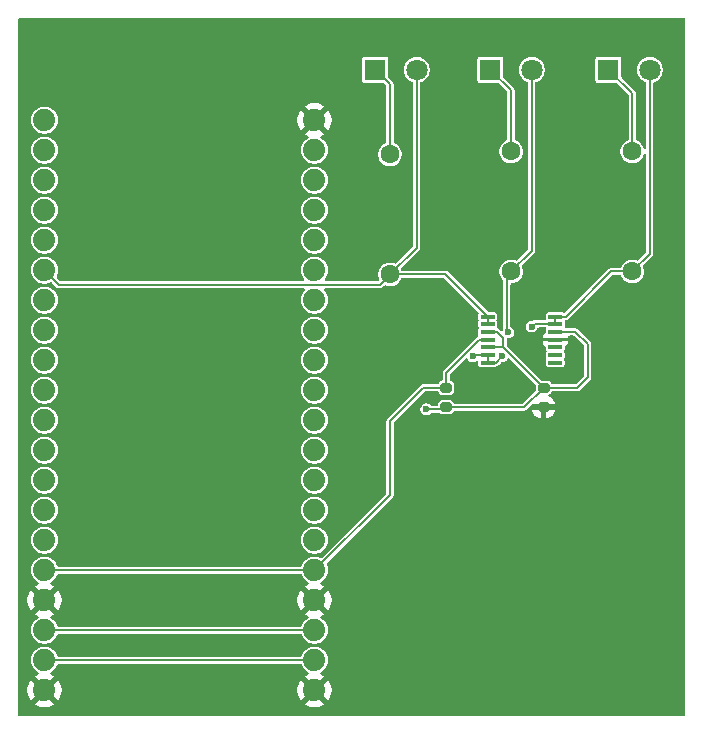
<source format=gbr>
%TF.GenerationSoftware,KiCad,Pcbnew,9.0.6*%
%TF.CreationDate,2025-11-23T12:16:46-08:00*%
%TF.ProjectId,CurrentTransformer,43757272-656e-4745-9472-616e73666f72,rev?*%
%TF.SameCoordinates,Original*%
%TF.FileFunction,Copper,L1,Top*%
%TF.FilePolarity,Positive*%
%FSLAX46Y46*%
G04 Gerber Fmt 4.6, Leading zero omitted, Abs format (unit mm)*
G04 Created by KiCad (PCBNEW 9.0.6) date 2025-11-23 12:16:46*
%MOMM*%
%LPD*%
G01*
G04 APERTURE LIST*
G04 Aperture macros list*
%AMRoundRect*
0 Rectangle with rounded corners*
0 $1 Rounding radius*
0 $2 $3 $4 $5 $6 $7 $8 $9 X,Y pos of 4 corners*
0 Add a 4 corners polygon primitive as box body*
4,1,4,$2,$3,$4,$5,$6,$7,$8,$9,$2,$3,0*
0 Add four circle primitives for the rounded corners*
1,1,$1+$1,$2,$3*
1,1,$1+$1,$4,$5*
1,1,$1+$1,$6,$7*
1,1,$1+$1,$8,$9*
0 Add four rect primitives between the rounded corners*
20,1,$1+$1,$2,$3,$4,$5,0*
20,1,$1+$1,$4,$5,$6,$7,0*
20,1,$1+$1,$6,$7,$8,$9,0*
20,1,$1+$1,$8,$9,$2,$3,0*%
G04 Aperture macros list end*
%TA.AperFunction,ComponentPad*%
%ADD10C,1.879600*%
%TD*%
%TA.AperFunction,ComponentPad*%
%ADD11R,1.800000X1.800000*%
%TD*%
%TA.AperFunction,ComponentPad*%
%ADD12C,1.800000*%
%TD*%
%TA.AperFunction,SMDPad,CuDef*%
%ADD13RoundRect,0.200000X-0.275000X0.200000X-0.275000X-0.200000X0.275000X-0.200000X0.275000X0.200000X0*%
%TD*%
%TA.AperFunction,ComponentPad*%
%ADD14C,1.600000*%
%TD*%
%TA.AperFunction,SMDPad,CuDef*%
%ADD15R,1.168400X0.304800*%
%TD*%
%TA.AperFunction,ViaPad*%
%ADD16C,0.600000*%
%TD*%
%TA.AperFunction,Conductor*%
%ADD17C,0.200000*%
%TD*%
G04 APERTURE END LIST*
D10*
%TO.P,U1,J1_1,GND*%
%TO.N,GND*%
X155750000Y-119030000D03*
%TO.P,U1,J1_2,VUSB*%
%TO.N,VUSB*%
X155750000Y-116490000D03*
%TO.P,U1,J1_3,VBAT*%
%TO.N,VBAT*%
X155750000Y-113950000D03*
%TO.P,U1,J1_4,GND*%
%TO.N,GND*%
X155750000Y-111410000D03*
%TO.P,U1,J1_5,3.3V/3V3*%
%TO.N,+3.3V*%
X155750000Y-108870000D03*
%TO.P,U1,J1_6,RESET/~{RST}*%
%TO.N,unconnected-(U1-RESET{slash}~{RST}-PadJ1_6)*%
X155750000Y-106330000D03*
%TO.P,U1,J1_7,TOUCH4/HSPI_ID/ADC2_4/GPIO13/13*%
%TO.N,unconnected-(U1-TOUCH4{slash}HSPI_ID{slash}ADC2_4{slash}GPIO13{slash}13-PadJ1_7)*%
X155750000Y-103790000D03*
%TO.P,U1,J1_8,TOUCH5/HSPI_Q/ADC2_5/GPIO12/12*%
%TO.N,unconnected-(U1-TOUCH5{slash}HSPI_Q{slash}ADC2_5{slash}GPIO12{slash}12-PadJ1_8)*%
X155750000Y-101250000D03*
%TO.P,U1,J1_9,TOUCH6/HSPI_CLK/ADC2_6/GPIO14/14*%
%TO.N,unconnected-(U1-TOUCH6{slash}HSPI_CLK{slash}ADC2_6{slash}GPIO14{slash}14-PadJ1_9)*%
X155750000Y-98710000D03*
%TO.P,U1,J1_10,TOUCH7/ADC2_7/GPIO27/27*%
%TO.N,unconnected-(U1-TOUCH7{slash}ADC2_7{slash}GPIO27{slash}27-PadJ1_10)*%
X155750000Y-96170000D03*
%TO.P,U1,J1_11,DAC2/ADC2_9/GPIO26/26*%
%TO.N,unconnected-(U1-DAC2{slash}ADC2_9{slash}GPIO26{slash}26-PadJ1_11)*%
X155750000Y-93630000D03*
%TO.P,U1,J1_12,DAC1/ADC2_8/GPIO25/25*%
%TO.N,unconnected-(U1-DAC1{slash}ADC2_8{slash}GPIO25{slash}25-PadJ1_12)*%
X155750000Y-91090000D03*
%TO.P,U1,J1_13,VDET2/ADC1_7/GPIO35/35*%
%TO.N,/V_Shunt3*%
X155750000Y-88550000D03*
%TO.P,U1,J1_14,VDET1/ADC1_6/GPIO34/34*%
%TO.N,/V_Shunt2*%
X155750000Y-86010000D03*
%TO.P,U1,J1_15,TOUCH8/ADC1_5/GPIO33/XTAL32/33*%
%TO.N,/V_Shunt1*%
X155750000Y-83470000D03*
%TO.P,U1,J1_16,TOUCH9/ADC1_4/GPIO32/XTAL32/32*%
%TO.N,/Bias*%
X155750000Y-80930000D03*
%TO.P,U1,J1_17,ADC1_3/GPIO39/SENSEVN/39*%
%TO.N,unconnected-(U1-ADC1_3{slash}GPIO39{slash}SENSEVN{slash}39-PadJ1_17)*%
X155750000Y-78390000D03*
%TO.P,U1,J1_18,ADC1_2/GPIO38/CAPVN/38*%
%TO.N,unconnected-(U1-ADC1_2{slash}GPIO38{slash}CAPVN{slash}38-PadJ1_18)*%
X155750000Y-75850000D03*
%TO.P,U1,J1_19,ADC1_1/GPIO37/CAPVP/37*%
%TO.N,unconnected-(U1-ADC1_1{slash}GPIO37{slash}CAPVP{slash}37-PadJ1_19)*%
X155750000Y-73310000D03*
%TO.P,U1,J1_20,ADC1_0/GPIO36/SENSEVP/36*%
%TO.N,unconnected-(U1-ADC1_0{slash}GPIO36{slash}SENSEVP{slash}36-PadJ1_20)*%
X155750000Y-70770000D03*
%TO.P,U1,J2_1,GND*%
%TO.N,GND*%
X178610000Y-119030000D03*
%TO.P,U1,J2_2,VUSB*%
%TO.N,VUSB*%
X178610000Y-116490000D03*
%TO.P,U1,J2_3,VBAT*%
%TO.N,VBAT*%
X178610000Y-113950000D03*
%TO.P,U1,J2_4,GND*%
%TO.N,GND*%
X178610000Y-111410000D03*
%TO.P,U1,J2_5,3.3V/3V3*%
%TO.N,+3.3V*%
X178610000Y-108870000D03*
%TO.P,U1,J2_6,U2_RXD/GPIO16/16*%
%TO.N,unconnected-(U1-U2_RXD{slash}GPIO16{slash}16-PadJ2_6)*%
X178610000Y-106330000D03*
%TO.P,U1,J2_7,U2_TXD/GPIO17/17*%
%TO.N,unconnected-(U1-U2_TXD{slash}GPIO17{slash}17-PadJ2_7)*%
X178610000Y-103790000D03*
%TO.P,U1,J2_8,TOUCH0/HSPI_HD/ADC2_0/GPIO4/4*%
%TO.N,unconnected-(U1-TOUCH0{slash}HSPI_HD{slash}ADC2_0{slash}GPIO4{slash}4-PadJ2_8)*%
X178610000Y-101250000D03*
%TO.P,U1,J2_9,BUTTON/TOUCH1/ADC2_1/GPIO0/CLK1/0*%
%TO.N,unconnected-(U1-BUTTON{slash}TOUCH1{slash}ADC2_1{slash}GPIO0{slash}CLK1{slash}0-PadJ2_9)*%
X178610000Y-98710000D03*
%TO.P,U1,J2_10,TOUCH2/HSPI_WP/ADC2_2/GPIO2/CS/2*%
%TO.N,unconnected-(U1-TOUCH2{slash}HSPI_WP{slash}ADC2_2{slash}GPIO2{slash}CS{slash}2-PadJ2_10)*%
X178610000Y-96170000D03*
%TO.P,U1,J2_11,TOUCH3/HSPI_CS0/ADC2_3/GPIO15/15*%
%TO.N,unconnected-(U1-TOUCH3{slash}HSPI_CS0{slash}ADC2_3{slash}GPIO15{slash}15-PadJ2_11)*%
X178610000Y-93630000D03*
%TO.P,U1,J2_12,V_SPI_CS0/LED(BLUE)/GPIO5/5*%
%TO.N,unconnected-(U1-V_SPI_CS0{slash}LED(BLUE){slash}GPIO5{slash}5-PadJ2_12)*%
X178610000Y-91090000D03*
%TO.P,U1,J2_13,V_SPI_CLK/GPIO18/SCK/18*%
%TO.N,unconnected-(U1-V_SPI_CLK{slash}GPIO18{slash}SCK{slash}18-PadJ2_13)*%
X178610000Y-88550000D03*
%TO.P,U1,J2_14,V_SPI_D/GPIO23/MOSI/23*%
%TO.N,unconnected-(U1-V_SPI_D{slash}GPIO23{slash}MOSI{slash}23-PadJ2_14)*%
X178610000Y-86010000D03*
%TO.P,U1,J2_15,U0_CTS/V_SPI_Q/GPIO19/MISO/19*%
%TO.N,unconnected-(U1-U0_CTS{slash}V_SPI_Q{slash}GPIO19{slash}MISO{slash}19-PadJ2_15)*%
X178610000Y-83470000D03*
%TO.P,U1,J2_16,U0_RTS/V_SPI_WP/GPIO22/SCL/22*%
%TO.N,unconnected-(U1-U0_RTS{slash}V_SPI_WP{slash}GPIO22{slash}SCL{slash}22-PadJ2_16)*%
X178610000Y-80930000D03*
%TO.P,U1,J2_17,U0_RXD/GPIO3/CLK2/RX*%
%TO.N,unconnected-(U1-U0_RXD{slash}GPIO3{slash}CLK2{slash}RX-PadJ2_17)*%
X178610000Y-78390000D03*
%TO.P,U1,J2_18,U0_TXD/GPIO1/CLK3/TX*%
%TO.N,unconnected-(U1-U0_TXD{slash}GPIO1{slash}CLK3{slash}TX-PadJ2_18)*%
X178610000Y-75850000D03*
%TO.P,U1,J2_19,V_SPI_HD/GPIO21/SDA/21*%
%TO.N,unconnected-(U1-V_SPI_HD{slash}GPIO21{slash}SDA{slash}21-PadJ2_19)*%
X178610000Y-73310000D03*
%TO.P,U1,J2_20,GND*%
%TO.N,GND*%
X178610000Y-70770000D03*
%TD*%
D11*
%TO.P,J3,1,Pin_1*%
%TO.N,Net-(J3-Pin_1)*%
X203500000Y-66500000D03*
D12*
%TO.P,J3,2,Pin_2*%
%TO.N,/V_Shunt3*%
X207000000Y-66500000D03*
%TD*%
D13*
%TO.P,R2,1*%
%TO.N,/Bias*%
X198000000Y-93425000D03*
%TO.P,R2,2*%
%TO.N,GND*%
X198000000Y-95075000D03*
%TD*%
D11*
%TO.P,J2,1,Pin_1*%
%TO.N,Net-(J2-Pin_1)*%
X183750000Y-66500000D03*
D12*
%TO.P,J2,2,Pin_2*%
%TO.N,/V_Shunt1*%
X187250000Y-66500000D03*
%TD*%
D14*
%TO.P,R4,1*%
%TO.N,/V_Shunt1*%
X185000000Y-83830000D03*
%TO.P,R4,2*%
%TO.N,Net-(J2-Pin_1)*%
X185000000Y-73670000D03*
%TD*%
%TO.P,R5,1*%
%TO.N,/V_Shunt3*%
X205500000Y-83580000D03*
%TO.P,R5,2*%
%TO.N,Net-(J3-Pin_1)*%
X205500000Y-73420000D03*
%TD*%
D15*
%TO.P,U2,1,OUT1*%
%TO.N,/V_Shunt1*%
X193259600Y-87399998D03*
%TO.P,U2,2,IN1-*%
X193259600Y-88049999D03*
%TO.P,U2,3,IN1+*%
%TO.N,/Bias*%
X193259600Y-88700000D03*
%TO.P,U2,4,V+*%
%TO.N,+3.3V*%
X193259600Y-89349999D03*
%TO.P,U2,5,IN2+*%
%TO.N,/Bias*%
X193259600Y-89999998D03*
%TO.P,U2,6,IN2-*%
%TO.N,/V_Shunt2*%
X193259600Y-90649999D03*
%TO.P,U2,7,OUT2*%
X193259600Y-91299998D03*
%TO.P,U2,8,OUT3*%
%TO.N,unconnected-(U2-OUT3-Pad8)*%
X199000000Y-91300000D03*
%TO.P,U2,9,IN3-*%
%TO.N,unconnected-(U2-IN3--Pad9)*%
X199000000Y-90649999D03*
%TO.P,U2,10,IN3+*%
%TO.N,unconnected-(U2-IN3+-Pad10)*%
X199000000Y-90000000D03*
%TO.P,U2,11,V-*%
%TO.N,GND*%
X199000000Y-89349999D03*
%TO.P,U2,12,IN4+*%
%TO.N,/Bias*%
X199000000Y-88700000D03*
%TO.P,U2,13,IN4-*%
%TO.N,/V_Shunt3*%
X199000000Y-88049999D03*
%TO.P,U2,14,OUT4*%
X199000000Y-87400000D03*
%TD*%
D13*
%TO.P,R1,1*%
%TO.N,+3.3V*%
X189750000Y-93425000D03*
%TO.P,R1,2*%
%TO.N,/Bias*%
X189750000Y-95075000D03*
%TD*%
D11*
%TO.P,J1,1,Pin_1*%
%TO.N,Net-(J1-Pin_1)*%
X193500000Y-66500000D03*
D12*
%TO.P,J1,2,Pin_2*%
%TO.N,/V_Shunt2*%
X197000000Y-66500000D03*
%TD*%
D14*
%TO.P,R3,1*%
%TO.N,/V_Shunt2*%
X195250000Y-83580000D03*
%TO.P,R3,2*%
%TO.N,Net-(J1-Pin_1)*%
X195250000Y-73420000D03*
%TD*%
D16*
%TO.N,/V_Shunt2*%
X192009764Y-90759764D03*
X195000000Y-88750000D03*
X194488235Y-90761765D03*
%TO.N,/V_Shunt3*%
X197000000Y-88250000D03*
%TO.N,/Bias*%
X188075000Y-95250000D03*
%TD*%
D17*
%TO.N,/V_Shunt2*%
X193259600Y-91299998D02*
X193950002Y-91299998D01*
X193950002Y-91299998D02*
X194488235Y-90761765D01*
X193259600Y-90649999D02*
X192119529Y-90649999D01*
X194899000Y-83800000D02*
X194899000Y-88649000D01*
X195250000Y-83580000D02*
X197000000Y-81830000D01*
X194899000Y-88649000D02*
X195000000Y-88750000D01*
X197000000Y-81830000D02*
X197000000Y-66500000D01*
X192119529Y-90649999D02*
X192009764Y-90759764D01*
X193259600Y-90649999D02*
X193259600Y-91299998D01*
%TO.N,/V_Shunt1*%
X193259600Y-87399998D02*
X193259600Y-88049999D01*
X193259600Y-87399998D02*
X189689602Y-83830000D01*
X156990800Y-84710800D02*
X155750000Y-83470000D01*
X184119200Y-84710800D02*
X156990800Y-84710800D01*
X189689602Y-83830000D02*
X185000000Y-83830000D01*
X185000000Y-83830000D02*
X187250000Y-81580000D01*
X185000000Y-83830000D02*
X184119200Y-84710800D01*
X187250000Y-81580000D02*
X187250000Y-66500000D01*
%TO.N,/V_Shunt3*%
X199000000Y-87400000D02*
X199000000Y-88049999D01*
X198950001Y-88000000D02*
X199000000Y-88049999D01*
X199000000Y-87400000D02*
X199930000Y-87400000D01*
X203750000Y-83580000D02*
X205500000Y-83580000D01*
X197250000Y-88000000D02*
X198950001Y-88000000D01*
X207000000Y-82080000D02*
X207000000Y-66500000D01*
X197000000Y-88250000D02*
X197250000Y-88000000D01*
X199930000Y-87400000D02*
X203750000Y-83580000D01*
X205500000Y-83580000D02*
X207000000Y-82080000D01*
%TO.N,+3.3V*%
X178610000Y-108870000D02*
X185000000Y-102480000D01*
X187825000Y-93425000D02*
X189750000Y-93425000D01*
X189750000Y-92170998D02*
X192570999Y-89349999D01*
X189750000Y-93425000D02*
X189750000Y-92170998D01*
X178610000Y-108870000D02*
X155750000Y-108870000D01*
X185000000Y-102480000D02*
X185000000Y-96250000D01*
X185000000Y-96250000D02*
X187825000Y-93425000D01*
X192570999Y-89349999D02*
X193259600Y-89349999D01*
%TO.N,/Bias*%
X201750000Y-92500000D02*
X201750000Y-89750000D01*
X189750000Y-95075000D02*
X196350000Y-95075000D01*
X201750000Y-89750000D02*
X200700000Y-88700000D01*
X189575000Y-95250000D02*
X189750000Y-95075000D01*
X196350000Y-95075000D02*
X198000000Y-93425000D01*
X194574998Y-89999998D02*
X198000000Y-93425000D01*
X194574998Y-89231198D02*
X194574998Y-89999998D01*
X200700000Y-88700000D02*
X199000000Y-88700000D01*
X198000000Y-93425000D02*
X200825000Y-93425000D01*
X194043800Y-88700000D02*
X194574998Y-89231198D01*
X188075000Y-95250000D02*
X189575000Y-95250000D01*
X194043800Y-88700000D02*
X193259600Y-88700000D01*
X194574998Y-89999998D02*
X193259600Y-89999998D01*
X200825000Y-93425000D02*
X201750000Y-92500000D01*
%TO.N,VBAT*%
X155750000Y-113950000D02*
X178610000Y-113950000D01*
%TO.N,VUSB*%
X178610000Y-116490000D02*
X155750000Y-116490000D01*
%TO.N,Net-(J1-Pin_1)*%
X195250000Y-68250000D02*
X193500000Y-66500000D01*
X195250000Y-73420000D02*
X195250000Y-68250000D01*
%TO.N,Net-(J2-Pin_1)*%
X185000000Y-67750000D02*
X183750000Y-66500000D01*
X185000000Y-73670000D02*
X185000000Y-67750000D01*
%TO.N,Net-(J3-Pin_1)*%
X205500000Y-73420000D02*
X205500000Y-68500000D01*
X205500000Y-68500000D02*
X203500000Y-66500000D01*
%TD*%
%TA.AperFunction,Conductor*%
%TO.N,GND*%
G36*
X177485604Y-109190185D02*
G01*
X177531359Y-109242989D01*
X177536496Y-109256181D01*
X177553244Y-109307727D01*
X177634730Y-109467651D01*
X177740222Y-109612849D01*
X177740226Y-109612854D01*
X177867145Y-109739773D01*
X177867150Y-109739777D01*
X178012351Y-109845271D01*
X178044096Y-109861446D01*
X178094893Y-109909420D01*
X178111688Y-109977241D01*
X178089151Y-110043376D01*
X178044097Y-110082416D01*
X177855376Y-110178575D01*
X177783992Y-110230438D01*
X177783991Y-110230439D01*
X178474057Y-110920504D01*
X178413919Y-110936619D01*
X178298080Y-111003498D01*
X178203498Y-111098080D01*
X178136619Y-111213919D01*
X178120504Y-111274057D01*
X177430439Y-110583991D01*
X177430438Y-110583992D01*
X177378575Y-110655376D01*
X177275683Y-110857311D01*
X177205653Y-111072841D01*
X177205653Y-111072844D01*
X177170200Y-111296685D01*
X177170200Y-111523314D01*
X177205653Y-111747155D01*
X177205653Y-111747158D01*
X177275683Y-111962688D01*
X177378573Y-112164620D01*
X177430439Y-112236006D01*
X177430439Y-112236007D01*
X178120504Y-111545941D01*
X178136619Y-111606081D01*
X178203498Y-111721920D01*
X178298080Y-111816502D01*
X178413919Y-111883381D01*
X178474057Y-111899494D01*
X177783991Y-112589559D01*
X177855379Y-112641426D01*
X178044097Y-112737583D01*
X178094893Y-112785558D01*
X178111688Y-112853379D01*
X178089151Y-112919513D01*
X178044099Y-112958552D01*
X178012349Y-112974729D01*
X177867150Y-113080222D01*
X177867145Y-113080226D01*
X177740226Y-113207145D01*
X177740222Y-113207150D01*
X177634730Y-113352348D01*
X177553244Y-113512272D01*
X177536496Y-113563819D01*
X177497058Y-113621494D01*
X177432699Y-113648692D01*
X177418565Y-113649500D01*
X156941435Y-113649500D01*
X156874396Y-113629815D01*
X156828641Y-113577011D01*
X156823504Y-113563819D01*
X156806755Y-113512272D01*
X156725269Y-113352348D01*
X156619777Y-113207150D01*
X156619773Y-113207145D01*
X156492854Y-113080226D01*
X156492849Y-113080222D01*
X156347646Y-112974727D01*
X156347645Y-112974726D01*
X156315902Y-112958552D01*
X156265106Y-112910578D01*
X156248311Y-112842757D01*
X156270849Y-112776622D01*
X156315902Y-112737583D01*
X156504620Y-112641426D01*
X156576006Y-112589559D01*
X155885942Y-111899495D01*
X155946081Y-111883381D01*
X156061920Y-111816502D01*
X156156502Y-111721920D01*
X156223381Y-111606081D01*
X156239495Y-111545942D01*
X156929559Y-112236006D01*
X156981426Y-112164620D01*
X157084316Y-111962688D01*
X157154346Y-111747158D01*
X157154346Y-111747155D01*
X157189800Y-111523314D01*
X157189800Y-111296685D01*
X157154346Y-111072844D01*
X157154346Y-111072841D01*
X157084316Y-110857311D01*
X156981426Y-110655379D01*
X156929559Y-110583992D01*
X156929559Y-110583991D01*
X156239494Y-111274056D01*
X156223381Y-111213919D01*
X156156502Y-111098080D01*
X156061920Y-111003498D01*
X155946081Y-110936619D01*
X155885940Y-110920504D01*
X156576007Y-110230439D01*
X156504620Y-110178573D01*
X156315902Y-110082416D01*
X156265106Y-110034441D01*
X156248311Y-109966620D01*
X156270849Y-109900485D01*
X156315901Y-109861446D01*
X156347647Y-109845272D01*
X156492856Y-109739772D01*
X156619772Y-109612856D01*
X156725272Y-109467647D01*
X156806757Y-109307723D01*
X156823504Y-109256180D01*
X156862942Y-109198506D01*
X156927301Y-109171308D01*
X156941435Y-109170500D01*
X177418565Y-109170500D01*
X177485604Y-109190185D01*
G37*
%TD.AperFunction*%
%TA.AperFunction,Conductor*%
G36*
X209942539Y-62156524D02*
G01*
X209988294Y-62209328D01*
X209999500Y-62260839D01*
X209999500Y-121125500D01*
X209979815Y-121192539D01*
X209927011Y-121238294D01*
X209875500Y-121249500D01*
X153624500Y-121249500D01*
X153557461Y-121229815D01*
X153511706Y-121177011D01*
X153500500Y-121125500D01*
X153500500Y-118916685D01*
X154310200Y-118916685D01*
X154310200Y-119143314D01*
X154345653Y-119367155D01*
X154345653Y-119367158D01*
X154415683Y-119582688D01*
X154518573Y-119784620D01*
X154570439Y-119856006D01*
X154570439Y-119856007D01*
X155260504Y-119165941D01*
X155276619Y-119226081D01*
X155343498Y-119341920D01*
X155438080Y-119436502D01*
X155553919Y-119503381D01*
X155614057Y-119519494D01*
X154923991Y-120209559D01*
X154995379Y-120261426D01*
X155197311Y-120364316D01*
X155412842Y-120434346D01*
X155636686Y-120469800D01*
X155863314Y-120469800D01*
X156087155Y-120434346D01*
X156087158Y-120434346D01*
X156302688Y-120364316D01*
X156504620Y-120261426D01*
X156576006Y-120209559D01*
X155885942Y-119519495D01*
X155946081Y-119503381D01*
X156061920Y-119436502D01*
X156156502Y-119341920D01*
X156223381Y-119226081D01*
X156239495Y-119165942D01*
X156929559Y-119856006D01*
X156981426Y-119784620D01*
X157084316Y-119582688D01*
X157154346Y-119367158D01*
X157154346Y-119367155D01*
X157189800Y-119143314D01*
X157189800Y-118916685D01*
X157154346Y-118692844D01*
X157154346Y-118692841D01*
X157084316Y-118477311D01*
X156981426Y-118275379D01*
X156929559Y-118203992D01*
X156929559Y-118203991D01*
X156239494Y-118894056D01*
X156223381Y-118833919D01*
X156156502Y-118718080D01*
X156061920Y-118623498D01*
X155946081Y-118556619D01*
X155885940Y-118540504D01*
X156576007Y-117850439D01*
X156504620Y-117798573D01*
X156315902Y-117702416D01*
X156265106Y-117654441D01*
X156248311Y-117586620D01*
X156270849Y-117520485D01*
X156315901Y-117481446D01*
X156347647Y-117465272D01*
X156492856Y-117359772D01*
X156619772Y-117232856D01*
X156725272Y-117087647D01*
X156806757Y-116927723D01*
X156823504Y-116876180D01*
X156862942Y-116818506D01*
X156927301Y-116791308D01*
X156941435Y-116790500D01*
X177418565Y-116790500D01*
X177485604Y-116810185D01*
X177531359Y-116862989D01*
X177536496Y-116876181D01*
X177553244Y-116927727D01*
X177634730Y-117087651D01*
X177740222Y-117232849D01*
X177740226Y-117232854D01*
X177867145Y-117359773D01*
X177867150Y-117359777D01*
X178012351Y-117465271D01*
X178044096Y-117481446D01*
X178094893Y-117529420D01*
X178111688Y-117597241D01*
X178089151Y-117663376D01*
X178044097Y-117702416D01*
X177855376Y-117798575D01*
X177783992Y-117850438D01*
X177783991Y-117850439D01*
X178474057Y-118540504D01*
X178413919Y-118556619D01*
X178298080Y-118623498D01*
X178203498Y-118718080D01*
X178136619Y-118833919D01*
X178120504Y-118894057D01*
X177430439Y-118203991D01*
X177430438Y-118203992D01*
X177378575Y-118275376D01*
X177275683Y-118477311D01*
X177205653Y-118692841D01*
X177205653Y-118692844D01*
X177170200Y-118916685D01*
X177170200Y-119143314D01*
X177205653Y-119367155D01*
X177205653Y-119367158D01*
X177275683Y-119582688D01*
X177378573Y-119784620D01*
X177430439Y-119856006D01*
X177430439Y-119856007D01*
X178120504Y-119165941D01*
X178136619Y-119226081D01*
X178203498Y-119341920D01*
X178298080Y-119436502D01*
X178413919Y-119503381D01*
X178474057Y-119519494D01*
X177783991Y-120209559D01*
X177855379Y-120261426D01*
X178057311Y-120364316D01*
X178272842Y-120434346D01*
X178496686Y-120469800D01*
X178723314Y-120469800D01*
X178947155Y-120434346D01*
X178947158Y-120434346D01*
X179162688Y-120364316D01*
X179364620Y-120261426D01*
X179436006Y-120209559D01*
X178745942Y-119519495D01*
X178806081Y-119503381D01*
X178921920Y-119436502D01*
X179016502Y-119341920D01*
X179083381Y-119226081D01*
X179099495Y-119165942D01*
X179789559Y-119856006D01*
X179841426Y-119784620D01*
X179944316Y-119582688D01*
X180014346Y-119367158D01*
X180014346Y-119367155D01*
X180049800Y-119143314D01*
X180049800Y-118916685D01*
X180014346Y-118692844D01*
X180014346Y-118692841D01*
X179944316Y-118477311D01*
X179841426Y-118275379D01*
X179789559Y-118203992D01*
X179789559Y-118203991D01*
X179099494Y-118894056D01*
X179083381Y-118833919D01*
X179016502Y-118718080D01*
X178921920Y-118623498D01*
X178806081Y-118556619D01*
X178745940Y-118540504D01*
X179436007Y-117850439D01*
X179364620Y-117798573D01*
X179175902Y-117702416D01*
X179125106Y-117654441D01*
X179108311Y-117586620D01*
X179130849Y-117520485D01*
X179175901Y-117481446D01*
X179207647Y-117465272D01*
X179352856Y-117359772D01*
X179479772Y-117232856D01*
X179585272Y-117087647D01*
X179666757Y-116927723D01*
X179722222Y-116757021D01*
X179750300Y-116579744D01*
X179750300Y-116400256D01*
X179722222Y-116222979D01*
X179666757Y-116052277D01*
X179585272Y-115892353D01*
X179585270Y-115892350D01*
X179585269Y-115892348D01*
X179479777Y-115747150D01*
X179479773Y-115747145D01*
X179352854Y-115620226D01*
X179352849Y-115620222D01*
X179207651Y-115514730D01*
X179047725Y-115433244D01*
X179047724Y-115433243D01*
X179047723Y-115433243D01*
X178877021Y-115377778D01*
X178877019Y-115377777D01*
X178877018Y-115377777D01*
X178740838Y-115356208D01*
X178699744Y-115349700D01*
X178520256Y-115349700D01*
X178479161Y-115356208D01*
X178342982Y-115377777D01*
X178172274Y-115433244D01*
X178012348Y-115514730D01*
X177867150Y-115620222D01*
X177867145Y-115620226D01*
X177740226Y-115747145D01*
X177740222Y-115747150D01*
X177634730Y-115892348D01*
X177553244Y-116052272D01*
X177536496Y-116103819D01*
X177497058Y-116161494D01*
X177432699Y-116188692D01*
X177418565Y-116189500D01*
X156941435Y-116189500D01*
X156874396Y-116169815D01*
X156828641Y-116117011D01*
X156823504Y-116103819D01*
X156806755Y-116052272D01*
X156725269Y-115892348D01*
X156619777Y-115747150D01*
X156619773Y-115747145D01*
X156492854Y-115620226D01*
X156492849Y-115620222D01*
X156347651Y-115514730D01*
X156187725Y-115433244D01*
X156187724Y-115433243D01*
X156187723Y-115433243D01*
X156017021Y-115377778D01*
X156017019Y-115377777D01*
X156017018Y-115377777D01*
X155880838Y-115356208D01*
X155839744Y-115349700D01*
X155660256Y-115349700D01*
X155619161Y-115356208D01*
X155482982Y-115377777D01*
X155312274Y-115433244D01*
X155152348Y-115514730D01*
X155007150Y-115620222D01*
X155007145Y-115620226D01*
X154880226Y-115747145D01*
X154880222Y-115747150D01*
X154774730Y-115892348D01*
X154693244Y-116052274D01*
X154637777Y-116222982D01*
X154609700Y-116400256D01*
X154609700Y-116579744D01*
X154637778Y-116757021D01*
X154672209Y-116862989D01*
X154693244Y-116927725D01*
X154774730Y-117087651D01*
X154880222Y-117232849D01*
X154880226Y-117232854D01*
X155007145Y-117359773D01*
X155007150Y-117359777D01*
X155152351Y-117465271D01*
X155184096Y-117481446D01*
X155234893Y-117529420D01*
X155251688Y-117597241D01*
X155229151Y-117663376D01*
X155184097Y-117702416D01*
X154995376Y-117798575D01*
X154923992Y-117850438D01*
X154923991Y-117850439D01*
X155614057Y-118540504D01*
X155553919Y-118556619D01*
X155438080Y-118623498D01*
X155343498Y-118718080D01*
X155276619Y-118833919D01*
X155260504Y-118894057D01*
X154570439Y-118203991D01*
X154570438Y-118203992D01*
X154518575Y-118275376D01*
X154415683Y-118477311D01*
X154345653Y-118692841D01*
X154345653Y-118692844D01*
X154310200Y-118916685D01*
X153500500Y-118916685D01*
X153500500Y-111296685D01*
X154310200Y-111296685D01*
X154310200Y-111523314D01*
X154345653Y-111747155D01*
X154345653Y-111747158D01*
X154415683Y-111962688D01*
X154518573Y-112164620D01*
X154570439Y-112236006D01*
X154570439Y-112236007D01*
X155260504Y-111545941D01*
X155276619Y-111606081D01*
X155343498Y-111721920D01*
X155438080Y-111816502D01*
X155553919Y-111883381D01*
X155614057Y-111899494D01*
X154923991Y-112589559D01*
X154995379Y-112641426D01*
X155184097Y-112737583D01*
X155234893Y-112785558D01*
X155251688Y-112853379D01*
X155229151Y-112919513D01*
X155184099Y-112958552D01*
X155152349Y-112974729D01*
X155007150Y-113080222D01*
X155007145Y-113080226D01*
X154880226Y-113207145D01*
X154880222Y-113207150D01*
X154774730Y-113352348D01*
X154693244Y-113512274D01*
X154637777Y-113682982D01*
X154609700Y-113860256D01*
X154609700Y-114039744D01*
X154637778Y-114217021D01*
X154672209Y-114322989D01*
X154693244Y-114387725D01*
X154774730Y-114547651D01*
X154880222Y-114692849D01*
X154880226Y-114692854D01*
X155007145Y-114819773D01*
X155007150Y-114819777D01*
X155152348Y-114925269D01*
X155152350Y-114925270D01*
X155152353Y-114925272D01*
X155312277Y-115006757D01*
X155482979Y-115062222D01*
X155660256Y-115090300D01*
X155660257Y-115090300D01*
X155839743Y-115090300D01*
X155839744Y-115090300D01*
X156017021Y-115062222D01*
X156187723Y-115006757D01*
X156347647Y-114925272D01*
X156492856Y-114819772D01*
X156619772Y-114692856D01*
X156725272Y-114547647D01*
X156806757Y-114387723D01*
X156823504Y-114336180D01*
X156862942Y-114278506D01*
X156927301Y-114251308D01*
X156941435Y-114250500D01*
X177418565Y-114250500D01*
X177485604Y-114270185D01*
X177531359Y-114322989D01*
X177536496Y-114336181D01*
X177553244Y-114387727D01*
X177634730Y-114547651D01*
X177740222Y-114692849D01*
X177740226Y-114692854D01*
X177867145Y-114819773D01*
X177867150Y-114819777D01*
X178012348Y-114925269D01*
X178012350Y-114925270D01*
X178012353Y-114925272D01*
X178172277Y-115006757D01*
X178342979Y-115062222D01*
X178520256Y-115090300D01*
X178520257Y-115090300D01*
X178699743Y-115090300D01*
X178699744Y-115090300D01*
X178877021Y-115062222D01*
X179047723Y-115006757D01*
X179207647Y-114925272D01*
X179352856Y-114819772D01*
X179479772Y-114692856D01*
X179585272Y-114547647D01*
X179666757Y-114387723D01*
X179722222Y-114217021D01*
X179750300Y-114039744D01*
X179750300Y-113860256D01*
X179722222Y-113682979D01*
X179666757Y-113512277D01*
X179585272Y-113352353D01*
X179585270Y-113352350D01*
X179585269Y-113352348D01*
X179479777Y-113207150D01*
X179479773Y-113207145D01*
X179352854Y-113080226D01*
X179352849Y-113080222D01*
X179207646Y-112974727D01*
X179207645Y-112974726D01*
X179175902Y-112958552D01*
X179125106Y-112910578D01*
X179108311Y-112842757D01*
X179130849Y-112776622D01*
X179175902Y-112737583D01*
X179364620Y-112641426D01*
X179436006Y-112589559D01*
X178745942Y-111899495D01*
X178806081Y-111883381D01*
X178921920Y-111816502D01*
X179016502Y-111721920D01*
X179083381Y-111606081D01*
X179099495Y-111545942D01*
X179789559Y-112236006D01*
X179841426Y-112164620D01*
X179944316Y-111962688D01*
X180014346Y-111747158D01*
X180014346Y-111747155D01*
X180049800Y-111523314D01*
X180049800Y-111296685D01*
X180014346Y-111072844D01*
X180014346Y-111072841D01*
X179944316Y-110857311D01*
X179841426Y-110655379D01*
X179789559Y-110583992D01*
X179789559Y-110583991D01*
X179099494Y-111274056D01*
X179083381Y-111213919D01*
X179016502Y-111098080D01*
X178921920Y-111003498D01*
X178806081Y-110936619D01*
X178745940Y-110920504D01*
X179436007Y-110230439D01*
X179364620Y-110178573D01*
X179175902Y-110082416D01*
X179125106Y-110034441D01*
X179108311Y-109966620D01*
X179130849Y-109900485D01*
X179175901Y-109861446D01*
X179207647Y-109845272D01*
X179352856Y-109739772D01*
X179479772Y-109612856D01*
X179585272Y-109467647D01*
X179666757Y-109307723D01*
X179722222Y-109137021D01*
X179750300Y-108959744D01*
X179750300Y-108780256D01*
X179722222Y-108602979D01*
X179666757Y-108432277D01*
X179666754Y-108432271D01*
X179642153Y-108383987D01*
X179629257Y-108315318D01*
X179655534Y-108250578D01*
X179664948Y-108240021D01*
X185240460Y-102664511D01*
X185280022Y-102595988D01*
X185300500Y-102519562D01*
X185300500Y-102440438D01*
X185300500Y-96425833D01*
X185320185Y-96358794D01*
X185336819Y-96338152D01*
X187913152Y-93761819D01*
X187974475Y-93728334D01*
X188000833Y-93725500D01*
X189000728Y-93725500D01*
X189067767Y-93745185D01*
X189111212Y-93793204D01*
X189146949Y-93863340D01*
X189146954Y-93863347D01*
X189236652Y-93953045D01*
X189236654Y-93953046D01*
X189236658Y-93953050D01*
X189349694Y-94010645D01*
X189349698Y-94010647D01*
X189443475Y-94025499D01*
X189443481Y-94025500D01*
X190056518Y-94025499D01*
X190150304Y-94010646D01*
X190263342Y-93953050D01*
X190353050Y-93863342D01*
X190410646Y-93750304D01*
X190410646Y-93750302D01*
X190410647Y-93750301D01*
X190425499Y-93656524D01*
X190425500Y-93656519D01*
X190425499Y-93193482D01*
X190410646Y-93099696D01*
X190353050Y-92986658D01*
X190353046Y-92986654D01*
X190353045Y-92986652D01*
X190263347Y-92896954D01*
X190263344Y-92896952D01*
X190263342Y-92896950D01*
X190186517Y-92857805D01*
X190150301Y-92839352D01*
X190141020Y-92836337D01*
X190141836Y-92833825D01*
X190091963Y-92810180D01*
X190055034Y-92750866D01*
X190050500Y-92717640D01*
X190050500Y-92346830D01*
X190070185Y-92279791D01*
X190086814Y-92259154D01*
X191374072Y-90971895D01*
X191435393Y-90938412D01*
X191505085Y-90943396D01*
X191561018Y-90985268D01*
X191569138Y-90997578D01*
X191609264Y-91067078D01*
X191702450Y-91160264D01*
X191801285Y-91217327D01*
X191816574Y-91226154D01*
X191816578Y-91226156D01*
X191943872Y-91260264D01*
X191943874Y-91260264D01*
X192075654Y-91260264D01*
X192075656Y-91260264D01*
X192202950Y-91226156D01*
X192288899Y-91176532D01*
X192356799Y-91160059D01*
X192422826Y-91182911D01*
X192466017Y-91237832D01*
X192474900Y-91283919D01*
X192474900Y-91472150D01*
X192486531Y-91530627D01*
X192486532Y-91530628D01*
X192530847Y-91596950D01*
X192597169Y-91641265D01*
X192597170Y-91641266D01*
X192655647Y-91652897D01*
X192655650Y-91652898D01*
X192655652Y-91652898D01*
X193863550Y-91652898D01*
X193863551Y-91652897D01*
X193883218Y-91648985D01*
X193922028Y-91641266D01*
X193922028Y-91641265D01*
X193922031Y-91641265D01*
X193961657Y-91614787D01*
X193998446Y-91598117D01*
X194065991Y-91580019D01*
X194134513Y-91540458D01*
X194190462Y-91484509D01*
X194376386Y-91298583D01*
X194437709Y-91265099D01*
X194464067Y-91262265D01*
X194554125Y-91262265D01*
X194554127Y-91262265D01*
X194681421Y-91228157D01*
X194795549Y-91162265D01*
X194888735Y-91069079D01*
X194928860Y-90999579D01*
X194979427Y-90951365D01*
X195048034Y-90938141D01*
X195112898Y-90964109D01*
X195123928Y-90973899D01*
X197288181Y-93138152D01*
X197321666Y-93199475D01*
X197324500Y-93225833D01*
X197324500Y-93624165D01*
X197304815Y-93691204D01*
X197288181Y-93711846D01*
X196261848Y-94738181D01*
X196200525Y-94771666D01*
X196174167Y-94774500D01*
X190499272Y-94774500D01*
X190432233Y-94754815D01*
X190388788Y-94706796D01*
X190367607Y-94665229D01*
X190353050Y-94636658D01*
X190353047Y-94636655D01*
X190353045Y-94636652D01*
X190263347Y-94546954D01*
X190263344Y-94546952D01*
X190263342Y-94546950D01*
X190186517Y-94507805D01*
X190150301Y-94489352D01*
X190056524Y-94474500D01*
X189443482Y-94474500D01*
X189362519Y-94487323D01*
X189349696Y-94489354D01*
X189236658Y-94546950D01*
X189236657Y-94546951D01*
X189236652Y-94546954D01*
X189146954Y-94636652D01*
X189146951Y-94636657D01*
X189146950Y-94636658D01*
X189127751Y-94674337D01*
X189089352Y-94749698D01*
X189074275Y-94844898D01*
X189044346Y-94908032D01*
X188985035Y-94944964D01*
X188951802Y-94949500D01*
X188533676Y-94949500D01*
X188466637Y-94929815D01*
X188445995Y-94913181D01*
X188382316Y-94849502D01*
X188382314Y-94849500D01*
X188325250Y-94816554D01*
X188268187Y-94783608D01*
X188204539Y-94766554D01*
X188140892Y-94749500D01*
X188009108Y-94749500D01*
X187881812Y-94783608D01*
X187767686Y-94849500D01*
X187767683Y-94849502D01*
X187674502Y-94942683D01*
X187674500Y-94942686D01*
X187608608Y-95056812D01*
X187574500Y-95184108D01*
X187574500Y-95315892D01*
X187590472Y-95375500D01*
X187608608Y-95443187D01*
X187641554Y-95500250D01*
X187674500Y-95557314D01*
X187767686Y-95650500D01*
X187881814Y-95716392D01*
X188009108Y-95750500D01*
X188009110Y-95750500D01*
X188140890Y-95750500D01*
X188140892Y-95750500D01*
X188268186Y-95716392D01*
X188382314Y-95650500D01*
X188445995Y-95586819D01*
X188507318Y-95553334D01*
X188533676Y-95550500D01*
X189132745Y-95550500D01*
X189199784Y-95570185D01*
X189220426Y-95586819D01*
X189236652Y-95603045D01*
X189236654Y-95603046D01*
X189236658Y-95603050D01*
X189349694Y-95660645D01*
X189349698Y-95660647D01*
X189443475Y-95675499D01*
X189443481Y-95675500D01*
X190056518Y-95675499D01*
X190150304Y-95660646D01*
X190263342Y-95603050D01*
X190353050Y-95513342D01*
X190388787Y-95443203D01*
X190436761Y-95392409D01*
X190499271Y-95375500D01*
X196389560Y-95375500D01*
X196389562Y-95375500D01*
X196465989Y-95355021D01*
X196506587Y-95331582D01*
X197025001Y-95331582D01*
X197031408Y-95402102D01*
X197031409Y-95402107D01*
X197081981Y-95564396D01*
X197169927Y-95709877D01*
X197290122Y-95830072D01*
X197435604Y-95918019D01*
X197435603Y-95918019D01*
X197597894Y-95968590D01*
X197597892Y-95968590D01*
X197668418Y-95974999D01*
X198250000Y-95974999D01*
X198331581Y-95974999D01*
X198402102Y-95968591D01*
X198402107Y-95968590D01*
X198564396Y-95918018D01*
X198709877Y-95830072D01*
X198830072Y-95709877D01*
X198918019Y-95564395D01*
X198968590Y-95402106D01*
X198975000Y-95331572D01*
X198975000Y-95325000D01*
X198250000Y-95325000D01*
X198250000Y-95974999D01*
X197668418Y-95974999D01*
X197749999Y-95974998D01*
X197750000Y-95974998D01*
X197750000Y-95325000D01*
X197025001Y-95325000D01*
X197025001Y-95331582D01*
X196506587Y-95331582D01*
X196534511Y-95315460D01*
X196590460Y-95259511D01*
X196988652Y-94861318D01*
X197049974Y-94827834D01*
X197076332Y-94825000D01*
X198974999Y-94825000D01*
X198974999Y-94818417D01*
X198968591Y-94747897D01*
X198968590Y-94747892D01*
X198918018Y-94585603D01*
X198830072Y-94440122D01*
X198709877Y-94319927D01*
X198564395Y-94231980D01*
X198564396Y-94231980D01*
X198483791Y-94206863D01*
X198425643Y-94168126D01*
X198397669Y-94104100D01*
X198408751Y-94035115D01*
X198455369Y-93983072D01*
X198464369Y-93978002D01*
X198513342Y-93953050D01*
X198603050Y-93863342D01*
X198638787Y-93793203D01*
X198686761Y-93742409D01*
X198749271Y-93725500D01*
X200864560Y-93725500D01*
X200864562Y-93725500D01*
X200940989Y-93705021D01*
X201009511Y-93665460D01*
X201065460Y-93609511D01*
X201990460Y-92684511D01*
X202030022Y-92615988D01*
X202050500Y-92539562D01*
X202050500Y-92460438D01*
X202050500Y-89710438D01*
X202030021Y-89634011D01*
X201999202Y-89580630D01*
X201990464Y-89565495D01*
X201990458Y-89565487D01*
X200884512Y-88459541D01*
X200884504Y-88459535D01*
X200815995Y-88419982D01*
X200815990Y-88419979D01*
X200781162Y-88410647D01*
X200739562Y-88399500D01*
X200739560Y-88399500D01*
X199900517Y-88399500D01*
X199833478Y-88379815D01*
X199787723Y-88327011D01*
X199777779Y-88257853D01*
X199778900Y-88251309D01*
X199784699Y-88222151D01*
X199784700Y-88222149D01*
X199784700Y-87877849D01*
X199778900Y-87848693D01*
X199785127Y-87779101D01*
X199827989Y-87723923D01*
X199893879Y-87700678D01*
X199900517Y-87700500D01*
X199969560Y-87700500D01*
X199969562Y-87700500D01*
X200045989Y-87680021D01*
X200114511Y-87640460D01*
X200170460Y-87584511D01*
X203838152Y-83916819D01*
X203899475Y-83883334D01*
X203925833Y-83880500D01*
X204458684Y-83880500D01*
X204525723Y-83900185D01*
X204571478Y-83952989D01*
X204573245Y-83957048D01*
X204613364Y-84053907D01*
X204613371Y-84053920D01*
X204722860Y-84217781D01*
X204722863Y-84217785D01*
X204862214Y-84357136D01*
X204862218Y-84357139D01*
X205026079Y-84466628D01*
X205026092Y-84466635D01*
X205208160Y-84542049D01*
X205208165Y-84542051D01*
X205208169Y-84542051D01*
X205208170Y-84542052D01*
X205401456Y-84580500D01*
X205401459Y-84580500D01*
X205598543Y-84580500D01*
X205728582Y-84554632D01*
X205791835Y-84542051D01*
X205932655Y-84483721D01*
X205973907Y-84466635D01*
X205973907Y-84466634D01*
X205973914Y-84466632D01*
X206137782Y-84357139D01*
X206277139Y-84217782D01*
X206386632Y-84053914D01*
X206462051Y-83871835D01*
X206474632Y-83808582D01*
X206500500Y-83678543D01*
X206500500Y-83481456D01*
X206462052Y-83288170D01*
X206462051Y-83288169D01*
X206462051Y-83288165D01*
X206421925Y-83191294D01*
X206414457Y-83121828D01*
X206445732Y-83059349D01*
X206448776Y-83056193D01*
X207240460Y-82264511D01*
X207280021Y-82195989D01*
X207300500Y-82119562D01*
X207300500Y-67649586D01*
X207320185Y-67582547D01*
X207372989Y-67536792D01*
X207386171Y-67531658D01*
X207422445Y-67519873D01*
X207576788Y-67441232D01*
X207716928Y-67339414D01*
X207839414Y-67216928D01*
X207941232Y-67076788D01*
X208019873Y-66922445D01*
X208073402Y-66757701D01*
X208100500Y-66586611D01*
X208100500Y-66413389D01*
X208073402Y-66242299D01*
X208019873Y-66077555D01*
X207941232Y-65923212D01*
X207839414Y-65783072D01*
X207716928Y-65660586D01*
X207576788Y-65558768D01*
X207422445Y-65480127D01*
X207257701Y-65426598D01*
X207257699Y-65426597D01*
X207257698Y-65426597D01*
X207126271Y-65405781D01*
X207086611Y-65399500D01*
X206913389Y-65399500D01*
X206873728Y-65405781D01*
X206742302Y-65426597D01*
X206577552Y-65480128D01*
X206423211Y-65558768D01*
X206343256Y-65616859D01*
X206283072Y-65660586D01*
X206283070Y-65660588D01*
X206283069Y-65660588D01*
X206160588Y-65783069D01*
X206160588Y-65783070D01*
X206160586Y-65783072D01*
X206116859Y-65843256D01*
X206058768Y-65923211D01*
X205980128Y-66077552D01*
X205926597Y-66242302D01*
X205899500Y-66413389D01*
X205899500Y-66586611D01*
X205926598Y-66757701D01*
X205980127Y-66922445D01*
X206058768Y-67076788D01*
X206160586Y-67216928D01*
X206283072Y-67339414D01*
X206388177Y-67415777D01*
X206423213Y-67441233D01*
X206495823Y-67478229D01*
X206577555Y-67519873D01*
X206613818Y-67531655D01*
X206671492Y-67571091D01*
X206698691Y-67635449D01*
X206699500Y-67649586D01*
X206699500Y-73078027D01*
X206679815Y-73145066D01*
X206627011Y-73190821D01*
X206557853Y-73200765D01*
X206494297Y-73171740D01*
X206460939Y-73125479D01*
X206386635Y-72946092D01*
X206386628Y-72946079D01*
X206277139Y-72782218D01*
X206277136Y-72782214D01*
X206137785Y-72642863D01*
X206137781Y-72642860D01*
X205973920Y-72533371D01*
X205973910Y-72533366D01*
X205877047Y-72493244D01*
X205822644Y-72449403D01*
X205800579Y-72383109D01*
X205800500Y-72378683D01*
X205800500Y-68460439D01*
X205791227Y-68425833D01*
X205780021Y-68384011D01*
X205774513Y-68374471D01*
X205740464Y-68315495D01*
X205740458Y-68315487D01*
X204636819Y-67211848D01*
X204603334Y-67150525D01*
X204600500Y-67124167D01*
X204600500Y-65580249D01*
X204600499Y-65580247D01*
X204588868Y-65521770D01*
X204588867Y-65521769D01*
X204544552Y-65455447D01*
X204478230Y-65411132D01*
X204478229Y-65411131D01*
X204419752Y-65399500D01*
X204419748Y-65399500D01*
X202580252Y-65399500D01*
X202580247Y-65399500D01*
X202521770Y-65411131D01*
X202521769Y-65411132D01*
X202455447Y-65455447D01*
X202411132Y-65521769D01*
X202411131Y-65521770D01*
X202399500Y-65580247D01*
X202399500Y-67419752D01*
X202411131Y-67478229D01*
X202411132Y-67478230D01*
X202455447Y-67544552D01*
X202521769Y-67588867D01*
X202521770Y-67588868D01*
X202580247Y-67600499D01*
X202580250Y-67600500D01*
X202580252Y-67600500D01*
X204124167Y-67600500D01*
X204191206Y-67620185D01*
X204211848Y-67636819D01*
X205163181Y-68588152D01*
X205196666Y-68649475D01*
X205199500Y-68675833D01*
X205199500Y-72378683D01*
X205179815Y-72445722D01*
X205127011Y-72491477D01*
X205122953Y-72493244D01*
X205026089Y-72533366D01*
X205026079Y-72533371D01*
X204862218Y-72642860D01*
X204862214Y-72642863D01*
X204722863Y-72782214D01*
X204722860Y-72782218D01*
X204613371Y-72946079D01*
X204613364Y-72946092D01*
X204537950Y-73128160D01*
X204537947Y-73128170D01*
X204499500Y-73321456D01*
X204499500Y-73321459D01*
X204499500Y-73518541D01*
X204499500Y-73518543D01*
X204499499Y-73518543D01*
X204537947Y-73711829D01*
X204537950Y-73711839D01*
X204613364Y-73893907D01*
X204613371Y-73893920D01*
X204722860Y-74057781D01*
X204722863Y-74057785D01*
X204862214Y-74197136D01*
X204862218Y-74197139D01*
X205026079Y-74306628D01*
X205026092Y-74306635D01*
X205208160Y-74382049D01*
X205208165Y-74382051D01*
X205208169Y-74382051D01*
X205208170Y-74382052D01*
X205401456Y-74420500D01*
X205401459Y-74420500D01*
X205598543Y-74420500D01*
X205728582Y-74394632D01*
X205791835Y-74382051D01*
X205932655Y-74323721D01*
X205973907Y-74306635D01*
X205973907Y-74306634D01*
X205973914Y-74306632D01*
X206137782Y-74197139D01*
X206277139Y-74057782D01*
X206386632Y-73893914D01*
X206460939Y-73714520D01*
X206504780Y-73660116D01*
X206571074Y-73638051D01*
X206638773Y-73655330D01*
X206686384Y-73706467D01*
X206699500Y-73761972D01*
X206699500Y-81904166D01*
X206679815Y-81971205D01*
X206663181Y-81991847D01*
X206023835Y-82631192D01*
X205962512Y-82664677D01*
X205892820Y-82659693D01*
X205888702Y-82658072D01*
X205791839Y-82617950D01*
X205791829Y-82617947D01*
X205598543Y-82579500D01*
X205598541Y-82579500D01*
X205401459Y-82579500D01*
X205401457Y-82579500D01*
X205208170Y-82617947D01*
X205208160Y-82617950D01*
X205026092Y-82693364D01*
X205026079Y-82693371D01*
X204862218Y-82802860D01*
X204862214Y-82802863D01*
X204722863Y-82942214D01*
X204722860Y-82942218D01*
X204613371Y-83106079D01*
X204613364Y-83106092D01*
X204573245Y-83202952D01*
X204529405Y-83257356D01*
X204463111Y-83279421D01*
X204458684Y-83279500D01*
X203710438Y-83279500D01*
X203678082Y-83288170D01*
X203634009Y-83299979D01*
X203634004Y-83299982D01*
X203565495Y-83339535D01*
X203565487Y-83339541D01*
X199844608Y-87060420D01*
X199783285Y-87093905D01*
X199713593Y-87088921D01*
X199688037Y-87075842D01*
X199670754Y-87064294D01*
X199662431Y-87058733D01*
X199662430Y-87058732D01*
X199662429Y-87058732D01*
X199662429Y-87058731D01*
X199603952Y-87047100D01*
X199603948Y-87047100D01*
X198396052Y-87047100D01*
X198396047Y-87047100D01*
X198337570Y-87058731D01*
X198337569Y-87058732D01*
X198271247Y-87103047D01*
X198226932Y-87169369D01*
X198226931Y-87169370D01*
X198215300Y-87227847D01*
X198215300Y-87575500D01*
X198195615Y-87642539D01*
X198142811Y-87688294D01*
X198091300Y-87699500D01*
X197210438Y-87699500D01*
X197134011Y-87719979D01*
X197111649Y-87732889D01*
X197049653Y-87749500D01*
X196934108Y-87749500D01*
X196806812Y-87783608D01*
X196692686Y-87849500D01*
X196692683Y-87849502D01*
X196599502Y-87942683D01*
X196599500Y-87942686D01*
X196533608Y-88056812D01*
X196518747Y-88112277D01*
X196499500Y-88184108D01*
X196499500Y-88315892D01*
X196504016Y-88332746D01*
X196533608Y-88443187D01*
X196548725Y-88469370D01*
X196599500Y-88557314D01*
X196692686Y-88650500D01*
X196806814Y-88716392D01*
X196934108Y-88750500D01*
X196934110Y-88750500D01*
X197065890Y-88750500D01*
X197065892Y-88750500D01*
X197193186Y-88716392D01*
X197307314Y-88650500D01*
X197400500Y-88557314D01*
X197466392Y-88443186D01*
X197479998Y-88392405D01*
X197516363Y-88332746D01*
X197579210Y-88302217D01*
X197599773Y-88300500D01*
X198111301Y-88300500D01*
X198178340Y-88320185D01*
X198224095Y-88372989D01*
X198234860Y-88434948D01*
X198232676Y-88460773D01*
X198226933Y-88469369D01*
X198215300Y-88527852D01*
X198215300Y-88666274D01*
X198214859Y-88671490D01*
X198204041Y-88699382D01*
X198195615Y-88728081D01*
X198190982Y-88733056D01*
X198189596Y-88736632D01*
X198183559Y-88741029D01*
X198165612Y-88760308D01*
X198058609Y-88840411D01*
X197972449Y-88955505D01*
X197972445Y-88955512D01*
X197922203Y-89090219D01*
X197922201Y-89090226D01*
X197915800Y-89149754D01*
X197915800Y-89197599D01*
X200084200Y-89197599D01*
X200084200Y-89149771D01*
X200084199Y-89149754D01*
X200082909Y-89137756D01*
X200095314Y-89068997D01*
X200142924Y-89017859D01*
X200206198Y-89000500D01*
X200524167Y-89000500D01*
X200591206Y-89020185D01*
X200611848Y-89036819D01*
X201413181Y-89838152D01*
X201446666Y-89899475D01*
X201449500Y-89925833D01*
X201449500Y-92324167D01*
X201429815Y-92391206D01*
X201413181Y-92411848D01*
X200736848Y-93088181D01*
X200675525Y-93121666D01*
X200649167Y-93124500D01*
X198749272Y-93124500D01*
X198682233Y-93104815D01*
X198638788Y-93056796D01*
X198617607Y-93015229D01*
X198603050Y-92986658D01*
X198603047Y-92986655D01*
X198603045Y-92986652D01*
X198513347Y-92896954D01*
X198513344Y-92896952D01*
X198513342Y-92896950D01*
X198436517Y-92857805D01*
X198400301Y-92839352D01*
X198306524Y-92824500D01*
X198306519Y-92824500D01*
X197875833Y-92824500D01*
X197808794Y-92804815D01*
X197788152Y-92788181D01*
X194911817Y-89911846D01*
X194878332Y-89850523D01*
X194875498Y-89824165D01*
X194875498Y-89550243D01*
X197915800Y-89550243D01*
X197922201Y-89609771D01*
X197922203Y-89609778D01*
X197972445Y-89744485D01*
X197972449Y-89744492D01*
X198058609Y-89859586D01*
X198058612Y-89859589D01*
X198165611Y-89939689D01*
X198207482Y-89995622D01*
X198215300Y-90038955D01*
X198215300Y-90172152D01*
X198226931Y-90230629D01*
X198226932Y-90230630D01*
X198243956Y-90256108D01*
X198264834Y-90322785D01*
X198246350Y-90390166D01*
X198243957Y-90393889D01*
X198226932Y-90419368D01*
X198226931Y-90419369D01*
X198215300Y-90477846D01*
X198215300Y-90822151D01*
X198226931Y-90880627D01*
X198226932Y-90880629D01*
X198226933Y-90880630D01*
X198243957Y-90906108D01*
X198264835Y-90972785D01*
X198246351Y-91040165D01*
X198243958Y-91043889D01*
X198226932Y-91069370D01*
X198226931Y-91069370D01*
X198215300Y-91127847D01*
X198215300Y-91472152D01*
X198226931Y-91530629D01*
X198226932Y-91530630D01*
X198271247Y-91596952D01*
X198337569Y-91641267D01*
X198337570Y-91641268D01*
X198396047Y-91652899D01*
X198396050Y-91652900D01*
X198396052Y-91652900D01*
X199603950Y-91652900D01*
X199603951Y-91652899D01*
X199618768Y-91649952D01*
X199662429Y-91641268D01*
X199662429Y-91641267D01*
X199662431Y-91641267D01*
X199728752Y-91596952D01*
X199773067Y-91530631D01*
X199773067Y-91530629D01*
X199773068Y-91530629D01*
X199784699Y-91472152D01*
X199784700Y-91472150D01*
X199784700Y-91127849D01*
X199784699Y-91127847D01*
X199773068Y-91069370D01*
X199773067Y-91069368D01*
X199756043Y-91043891D01*
X199735164Y-90977214D01*
X199753648Y-90909834D01*
X199756022Y-90906138D01*
X199773067Y-90880630D01*
X199773067Y-90880629D01*
X199773068Y-90880628D01*
X199784534Y-90822982D01*
X199784700Y-90822147D01*
X199784700Y-90477851D01*
X199784700Y-90477848D01*
X199784699Y-90477846D01*
X199773068Y-90419370D01*
X199773067Y-90419368D01*
X199756042Y-90393889D01*
X199735165Y-90327213D01*
X199753649Y-90259833D01*
X199756022Y-90256140D01*
X199773067Y-90230631D01*
X199775137Y-90220228D01*
X199784699Y-90172152D01*
X199784700Y-90172150D01*
X199784700Y-90038955D01*
X199804385Y-89971916D01*
X199834389Y-89939689D01*
X199941387Y-89859589D01*
X199941390Y-89859586D01*
X200027550Y-89744492D01*
X200027554Y-89744485D01*
X200077796Y-89609778D01*
X200077798Y-89609771D01*
X200084199Y-89550243D01*
X200084200Y-89550226D01*
X200084200Y-89502399D01*
X197915800Y-89502399D01*
X197915800Y-89550243D01*
X194875498Y-89550243D01*
X194875498Y-89374500D01*
X194895183Y-89307461D01*
X194947987Y-89261706D01*
X194999498Y-89250500D01*
X195065890Y-89250500D01*
X195065892Y-89250500D01*
X195193186Y-89216392D01*
X195307314Y-89150500D01*
X195400500Y-89057314D01*
X195466392Y-88943186D01*
X195500500Y-88815892D01*
X195500500Y-88684108D01*
X195466392Y-88556814D01*
X195400500Y-88442686D01*
X195307314Y-88349500D01*
X195307312Y-88349499D01*
X195307310Y-88349497D01*
X195261500Y-88323049D01*
X195213284Y-88272482D01*
X195199500Y-88215662D01*
X195199500Y-84704500D01*
X195219185Y-84637461D01*
X195271989Y-84591706D01*
X195323500Y-84580500D01*
X195348543Y-84580500D01*
X195478582Y-84554632D01*
X195541835Y-84542051D01*
X195682655Y-84483721D01*
X195723907Y-84466635D01*
X195723907Y-84466634D01*
X195723914Y-84466632D01*
X195887782Y-84357139D01*
X196027139Y-84217782D01*
X196136632Y-84053914D01*
X196212051Y-83871835D01*
X196224632Y-83808582D01*
X196250500Y-83678543D01*
X196250500Y-83481456D01*
X196212052Y-83288170D01*
X196212051Y-83288169D01*
X196212051Y-83288165D01*
X196171925Y-83191294D01*
X196164457Y-83121828D01*
X196195732Y-83059349D01*
X196198777Y-83056192D01*
X197240460Y-82014511D01*
X197280022Y-81945988D01*
X197300500Y-81869562D01*
X197300500Y-81790438D01*
X197300500Y-67649586D01*
X197320185Y-67582547D01*
X197372989Y-67536792D01*
X197386171Y-67531658D01*
X197422445Y-67519873D01*
X197576788Y-67441232D01*
X197716928Y-67339414D01*
X197839414Y-67216928D01*
X197941232Y-67076788D01*
X198019873Y-66922445D01*
X198073402Y-66757701D01*
X198100500Y-66586611D01*
X198100500Y-66413389D01*
X198073402Y-66242299D01*
X198019873Y-66077555D01*
X197941232Y-65923212D01*
X197839414Y-65783072D01*
X197716928Y-65660586D01*
X197576788Y-65558768D01*
X197422445Y-65480127D01*
X197257701Y-65426598D01*
X197257699Y-65426597D01*
X197257698Y-65426597D01*
X197126271Y-65405781D01*
X197086611Y-65399500D01*
X196913389Y-65399500D01*
X196873728Y-65405781D01*
X196742302Y-65426597D01*
X196577552Y-65480128D01*
X196423211Y-65558768D01*
X196343256Y-65616859D01*
X196283072Y-65660586D01*
X196283070Y-65660588D01*
X196283069Y-65660588D01*
X196160588Y-65783069D01*
X196160588Y-65783070D01*
X196160586Y-65783072D01*
X196116859Y-65843256D01*
X196058768Y-65923211D01*
X195980128Y-66077552D01*
X195926597Y-66242302D01*
X195899500Y-66413389D01*
X195899500Y-66586611D01*
X195926598Y-66757701D01*
X195980127Y-66922445D01*
X196058768Y-67076788D01*
X196160586Y-67216928D01*
X196283072Y-67339414D01*
X196388177Y-67415777D01*
X196423213Y-67441233D01*
X196495823Y-67478229D01*
X196577555Y-67519873D01*
X196613818Y-67531655D01*
X196671492Y-67571091D01*
X196698691Y-67635449D01*
X196699500Y-67649586D01*
X196699500Y-81654166D01*
X196679815Y-81721205D01*
X196663181Y-81741847D01*
X195773835Y-82631192D01*
X195712512Y-82664677D01*
X195642820Y-82659693D01*
X195638702Y-82658072D01*
X195541839Y-82617950D01*
X195541829Y-82617947D01*
X195348543Y-82579500D01*
X195348541Y-82579500D01*
X195151459Y-82579500D01*
X195151457Y-82579500D01*
X194958170Y-82617947D01*
X194958160Y-82617950D01*
X194776092Y-82693364D01*
X194776079Y-82693371D01*
X194612218Y-82802860D01*
X194612214Y-82802863D01*
X194472863Y-82942214D01*
X194472860Y-82942218D01*
X194363371Y-83106079D01*
X194363364Y-83106092D01*
X194287950Y-83288160D01*
X194287947Y-83288170D01*
X194249500Y-83481456D01*
X194249500Y-83481459D01*
X194249500Y-83678541D01*
X194249500Y-83678543D01*
X194249499Y-83678543D01*
X194287947Y-83871829D01*
X194287950Y-83871839D01*
X194363364Y-84053907D01*
X194363371Y-84053920D01*
X194472859Y-84217780D01*
X194472860Y-84217781D01*
X194472861Y-84217782D01*
X194562182Y-84307103D01*
X194595666Y-84368424D01*
X194598500Y-84394783D01*
X194598500Y-88411192D01*
X194594350Y-88426679D01*
X194595005Y-88440426D01*
X194581887Y-88473192D01*
X194538266Y-88548746D01*
X194487699Y-88596962D01*
X194419092Y-88610185D01*
X194354227Y-88584217D01*
X194343198Y-88574427D01*
X194228312Y-88459541D01*
X194228304Y-88459535D01*
X194159795Y-88419982D01*
X194159791Y-88419980D01*
X194159789Y-88419979D01*
X194159787Y-88419978D01*
X194159784Y-88419977D01*
X194124964Y-88410647D01*
X194065304Y-88374282D01*
X194034776Y-88311434D01*
X194035442Y-88266681D01*
X194044300Y-88222149D01*
X194044300Y-87877848D01*
X194044299Y-87877846D01*
X194032668Y-87819369D01*
X194032667Y-87819367D01*
X194015643Y-87793890D01*
X193994764Y-87727213D01*
X194013248Y-87659833D01*
X194015622Y-87656137D01*
X194032667Y-87630629D01*
X194032667Y-87630628D01*
X194032668Y-87630627D01*
X194044299Y-87572150D01*
X194044300Y-87572148D01*
X194044300Y-87227847D01*
X194044299Y-87227845D01*
X194032668Y-87169368D01*
X194032667Y-87169367D01*
X193988352Y-87103045D01*
X193922030Y-87058730D01*
X193922029Y-87058729D01*
X193863552Y-87047098D01*
X193863548Y-87047098D01*
X193383033Y-87047098D01*
X193315994Y-87027413D01*
X193295352Y-87010779D01*
X189874116Y-83589542D01*
X189874113Y-83589540D01*
X189867961Y-83585988D01*
X189867961Y-83585987D01*
X189805591Y-83549979D01*
X189805592Y-83549979D01*
X189780115Y-83543152D01*
X189729164Y-83529500D01*
X189729162Y-83529500D01*
X186041316Y-83529500D01*
X186022139Y-83523869D01*
X186002165Y-83523157D01*
X185989300Y-83514226D01*
X185974277Y-83509815D01*
X185961190Y-83494711D01*
X185944770Y-83483313D01*
X185930551Y-83459352D01*
X185928522Y-83457011D01*
X185926758Y-83452961D01*
X185921928Y-83441300D01*
X185914456Y-83371836D01*
X185945726Y-83309354D01*
X185948777Y-83306192D01*
X187490460Y-81764511D01*
X187530022Y-81695988D01*
X187550500Y-81619562D01*
X187550500Y-81540438D01*
X187550500Y-67649586D01*
X187570185Y-67582547D01*
X187622989Y-67536792D01*
X187636171Y-67531658D01*
X187672445Y-67519873D01*
X187826788Y-67441232D01*
X187966928Y-67339414D01*
X188089414Y-67216928D01*
X188191232Y-67076788D01*
X188269873Y-66922445D01*
X188323402Y-66757701D01*
X188350500Y-66586611D01*
X188350500Y-66413389D01*
X188323402Y-66242299D01*
X188269873Y-66077555D01*
X188191232Y-65923212D01*
X188089414Y-65783072D01*
X187966928Y-65660586D01*
X187856351Y-65580247D01*
X192399500Y-65580247D01*
X192399500Y-67419752D01*
X192411131Y-67478229D01*
X192411132Y-67478230D01*
X192455447Y-67544552D01*
X192521769Y-67588867D01*
X192521770Y-67588868D01*
X192580247Y-67600499D01*
X192580250Y-67600500D01*
X192580252Y-67600500D01*
X194124167Y-67600500D01*
X194191206Y-67620185D01*
X194211848Y-67636819D01*
X194913181Y-68338152D01*
X194946666Y-68399475D01*
X194949500Y-68425833D01*
X194949500Y-72378683D01*
X194929815Y-72445722D01*
X194877011Y-72491477D01*
X194872953Y-72493244D01*
X194776089Y-72533366D01*
X194776079Y-72533371D01*
X194612218Y-72642860D01*
X194612214Y-72642863D01*
X194472863Y-72782214D01*
X194472860Y-72782218D01*
X194363371Y-72946079D01*
X194363364Y-72946092D01*
X194287950Y-73128160D01*
X194287947Y-73128170D01*
X194249500Y-73321456D01*
X194249500Y-73321459D01*
X194249500Y-73518541D01*
X194249500Y-73518543D01*
X194249499Y-73518543D01*
X194287947Y-73711829D01*
X194287950Y-73711839D01*
X194363364Y-73893907D01*
X194363371Y-73893920D01*
X194472860Y-74057781D01*
X194472863Y-74057785D01*
X194612214Y-74197136D01*
X194612218Y-74197139D01*
X194776079Y-74306628D01*
X194776092Y-74306635D01*
X194958160Y-74382049D01*
X194958165Y-74382051D01*
X194958169Y-74382051D01*
X194958170Y-74382052D01*
X195151456Y-74420500D01*
X195151459Y-74420500D01*
X195348543Y-74420500D01*
X195478582Y-74394632D01*
X195541835Y-74382051D01*
X195682655Y-74323721D01*
X195723907Y-74306635D01*
X195723907Y-74306634D01*
X195723914Y-74306632D01*
X195887782Y-74197139D01*
X196027139Y-74057782D01*
X196136632Y-73893914D01*
X196212051Y-73711835D01*
X196226728Y-73638051D01*
X196250500Y-73518543D01*
X196250500Y-73321456D01*
X196212052Y-73128170D01*
X196212051Y-73128169D01*
X196212051Y-73128165D01*
X196212049Y-73128160D01*
X196136635Y-72946092D01*
X196136628Y-72946079D01*
X196027139Y-72782218D01*
X196027136Y-72782214D01*
X195887785Y-72642863D01*
X195887781Y-72642860D01*
X195723920Y-72533371D01*
X195723910Y-72533366D01*
X195627047Y-72493244D01*
X195572644Y-72449403D01*
X195550579Y-72383109D01*
X195550500Y-72378683D01*
X195550500Y-68210439D01*
X195550500Y-68210438D01*
X195547569Y-68199500D01*
X195530022Y-68134012D01*
X195490460Y-68065489D01*
X194636819Y-67211848D01*
X194603334Y-67150525D01*
X194600500Y-67124167D01*
X194600500Y-65580249D01*
X194600499Y-65580247D01*
X194588868Y-65521770D01*
X194588867Y-65521769D01*
X194544552Y-65455447D01*
X194478230Y-65411132D01*
X194478229Y-65411131D01*
X194419752Y-65399500D01*
X194419748Y-65399500D01*
X192580252Y-65399500D01*
X192580247Y-65399500D01*
X192521770Y-65411131D01*
X192521769Y-65411132D01*
X192455447Y-65455447D01*
X192411132Y-65521769D01*
X192411131Y-65521770D01*
X192399500Y-65580247D01*
X187856351Y-65580247D01*
X187826788Y-65558768D01*
X187672445Y-65480127D01*
X187507701Y-65426598D01*
X187507699Y-65426597D01*
X187507698Y-65426597D01*
X187376271Y-65405781D01*
X187336611Y-65399500D01*
X187163389Y-65399500D01*
X187123728Y-65405781D01*
X186992302Y-65426597D01*
X186827552Y-65480128D01*
X186673211Y-65558768D01*
X186593256Y-65616859D01*
X186533072Y-65660586D01*
X186533070Y-65660588D01*
X186533069Y-65660588D01*
X186410588Y-65783069D01*
X186410588Y-65783070D01*
X186410586Y-65783072D01*
X186366859Y-65843256D01*
X186308768Y-65923211D01*
X186230128Y-66077552D01*
X186176597Y-66242302D01*
X186149500Y-66413389D01*
X186149500Y-66586611D01*
X186176598Y-66757701D01*
X186230127Y-66922445D01*
X186308768Y-67076788D01*
X186410586Y-67216928D01*
X186533072Y-67339414D01*
X186638177Y-67415777D01*
X186673213Y-67441233D01*
X186745823Y-67478229D01*
X186827555Y-67519873D01*
X186863818Y-67531655D01*
X186921492Y-67571091D01*
X186948691Y-67635449D01*
X186949500Y-67649586D01*
X186949500Y-81404166D01*
X186929815Y-81471205D01*
X186913181Y-81491847D01*
X185523835Y-82881192D01*
X185462512Y-82914677D01*
X185392820Y-82909693D01*
X185388702Y-82908072D01*
X185291839Y-82867950D01*
X185291829Y-82867947D01*
X185098543Y-82829500D01*
X185098541Y-82829500D01*
X184901459Y-82829500D01*
X184901457Y-82829500D01*
X184708170Y-82867947D01*
X184708160Y-82867950D01*
X184526092Y-82943364D01*
X184526079Y-82943371D01*
X184362218Y-83052860D01*
X184362214Y-83052863D01*
X184222863Y-83192214D01*
X184222860Y-83192218D01*
X184113371Y-83356079D01*
X184113364Y-83356092D01*
X184037950Y-83538160D01*
X184037947Y-83538170D01*
X183999500Y-83731456D01*
X183999500Y-83731459D01*
X183999500Y-83928541D01*
X183999500Y-83928543D01*
X183999499Y-83928543D01*
X184037947Y-84121829D01*
X184037950Y-84121839D01*
X184078072Y-84218702D01*
X184080208Y-84238575D01*
X184087195Y-84257305D01*
X184083867Y-84272604D01*
X184085541Y-84288171D01*
X184076593Y-84306045D01*
X184072345Y-84325578D01*
X184055657Y-84347870D01*
X184054266Y-84350650D01*
X184051194Y-84353833D01*
X184031049Y-84373979D01*
X183969727Y-84407466D01*
X183943366Y-84410300D01*
X179579685Y-84410300D01*
X179512646Y-84390615D01*
X179466891Y-84337811D01*
X179456947Y-84268653D01*
X179479367Y-84213415D01*
X179585269Y-84067651D01*
X179585268Y-84067651D01*
X179585272Y-84067647D01*
X179666757Y-83907723D01*
X179722222Y-83737021D01*
X179750300Y-83559744D01*
X179750300Y-83380256D01*
X179722222Y-83202979D01*
X179666757Y-83032277D01*
X179585272Y-82872353D01*
X179585270Y-82872350D01*
X179585269Y-82872348D01*
X179479777Y-82727150D01*
X179479773Y-82727145D01*
X179352854Y-82600226D01*
X179352849Y-82600222D01*
X179207651Y-82494730D01*
X179047725Y-82413244D01*
X179047724Y-82413243D01*
X179047723Y-82413243D01*
X178877021Y-82357778D01*
X178877019Y-82357777D01*
X178877018Y-82357777D01*
X178740838Y-82336208D01*
X178699744Y-82329700D01*
X178520256Y-82329700D01*
X178479161Y-82336208D01*
X178342982Y-82357777D01*
X178172274Y-82413244D01*
X178012348Y-82494730D01*
X177867150Y-82600222D01*
X177867145Y-82600226D01*
X177740226Y-82727145D01*
X177740222Y-82727150D01*
X177634730Y-82872348D01*
X177553244Y-83032274D01*
X177497777Y-83202982D01*
X177476149Y-83339540D01*
X177469700Y-83380256D01*
X177469700Y-83559744D01*
X177473857Y-83585988D01*
X177496896Y-83731456D01*
X177497778Y-83737021D01*
X177545318Y-83883334D01*
X177553244Y-83907725D01*
X177634730Y-84067651D01*
X177740633Y-84213415D01*
X177764113Y-84279222D01*
X177748287Y-84347275D01*
X177698181Y-84395970D01*
X177640315Y-84410300D01*
X157166633Y-84410300D01*
X157099594Y-84390615D01*
X157078952Y-84373981D01*
X156804957Y-84099986D01*
X156771472Y-84038663D01*
X156776456Y-83968971D01*
X156782154Y-83956009D01*
X156806755Y-83907727D01*
X156806756Y-83907725D01*
X156806757Y-83907723D01*
X156862222Y-83737021D01*
X156890300Y-83559744D01*
X156890300Y-83380256D01*
X156862222Y-83202979D01*
X156806757Y-83032277D01*
X156725272Y-82872353D01*
X156725270Y-82872350D01*
X156725269Y-82872348D01*
X156619777Y-82727150D01*
X156619773Y-82727145D01*
X156492854Y-82600226D01*
X156492849Y-82600222D01*
X156347651Y-82494730D01*
X156187725Y-82413244D01*
X156187724Y-82413243D01*
X156187723Y-82413243D01*
X156017021Y-82357778D01*
X156017019Y-82357777D01*
X156017018Y-82357777D01*
X155880838Y-82336208D01*
X155839744Y-82329700D01*
X155660256Y-82329700D01*
X155619161Y-82336208D01*
X155482982Y-82357777D01*
X155312274Y-82413244D01*
X155152348Y-82494730D01*
X155007150Y-82600222D01*
X155007145Y-82600226D01*
X154880226Y-82727145D01*
X154880222Y-82727150D01*
X154774730Y-82872348D01*
X154693244Y-83032274D01*
X154637777Y-83202982D01*
X154616149Y-83339540D01*
X154609700Y-83380256D01*
X154609700Y-83559744D01*
X154613857Y-83585988D01*
X154636896Y-83731456D01*
X154637778Y-83737021D01*
X154685318Y-83883334D01*
X154693244Y-83907725D01*
X154774730Y-84067651D01*
X154880222Y-84212849D01*
X154880226Y-84212854D01*
X155007145Y-84339773D01*
X155007150Y-84339777D01*
X155152348Y-84445269D01*
X155152350Y-84445270D01*
X155152353Y-84445272D01*
X155312277Y-84526757D01*
X155482979Y-84582222D01*
X155660256Y-84610300D01*
X155660257Y-84610300D01*
X155839743Y-84610300D01*
X155839744Y-84610300D01*
X156017021Y-84582222D01*
X156187723Y-84526757D01*
X156236009Y-84502153D01*
X156304678Y-84489257D01*
X156369419Y-84515533D01*
X156379986Y-84524957D01*
X156750340Y-84895311D01*
X156806289Y-84951260D01*
X156806291Y-84951261D01*
X156806295Y-84951264D01*
X156809725Y-84953244D01*
X156874811Y-84990821D01*
X156951238Y-85011300D01*
X177696710Y-85011300D01*
X177763749Y-85030985D01*
X177809504Y-85083789D01*
X177819448Y-85152947D01*
X177790423Y-85216503D01*
X177784391Y-85222981D01*
X177740226Y-85267145D01*
X177740222Y-85267150D01*
X177634730Y-85412348D01*
X177553244Y-85572274D01*
X177497777Y-85742982D01*
X177469700Y-85920256D01*
X177469700Y-86099743D01*
X177497777Y-86277017D01*
X177553244Y-86447725D01*
X177634730Y-86607651D01*
X177740222Y-86752849D01*
X177740226Y-86752854D01*
X177867145Y-86879773D01*
X177867150Y-86879777D01*
X178012348Y-86985269D01*
X178012350Y-86985270D01*
X178012353Y-86985272D01*
X178172277Y-87066757D01*
X178342979Y-87122222D01*
X178520256Y-87150300D01*
X178520257Y-87150300D01*
X178699743Y-87150300D01*
X178699744Y-87150300D01*
X178877021Y-87122222D01*
X179047723Y-87066757D01*
X179207647Y-86985272D01*
X179352856Y-86879772D01*
X179479772Y-86752856D01*
X179585272Y-86607647D01*
X179666757Y-86447723D01*
X179722222Y-86277021D01*
X179750300Y-86099744D01*
X179750300Y-85920256D01*
X179722222Y-85742979D01*
X179666757Y-85572277D01*
X179585272Y-85412353D01*
X179585270Y-85412350D01*
X179585269Y-85412348D01*
X179479777Y-85267150D01*
X179479773Y-85267145D01*
X179435609Y-85222981D01*
X179402124Y-85161658D01*
X179407108Y-85091966D01*
X179448980Y-85036033D01*
X179514444Y-85011616D01*
X179523290Y-85011300D01*
X184158760Y-85011300D01*
X184158762Y-85011300D01*
X184235189Y-84990821D01*
X184303711Y-84951260D01*
X184359660Y-84895311D01*
X184476164Y-84778805D01*
X184537485Y-84745321D01*
X184607177Y-84750305D01*
X184611254Y-84751909D01*
X184708165Y-84792051D01*
X184708169Y-84792051D01*
X184708170Y-84792052D01*
X184901456Y-84830500D01*
X184901459Y-84830500D01*
X185098543Y-84830500D01*
X185228582Y-84804632D01*
X185291835Y-84792051D01*
X185473914Y-84716632D01*
X185637782Y-84607139D01*
X185777139Y-84467782D01*
X185886632Y-84303914D01*
X185901238Y-84268653D01*
X185926755Y-84207048D01*
X185970595Y-84152644D01*
X186036889Y-84130579D01*
X186041316Y-84130500D01*
X189513769Y-84130500D01*
X189580808Y-84150185D01*
X189601450Y-84166819D01*
X192462350Y-87027719D01*
X192495835Y-87089042D01*
X192490851Y-87158734D01*
X192489232Y-87162849D01*
X192486532Y-87169367D01*
X192474900Y-87227845D01*
X192474900Y-87572150D01*
X192486531Y-87630626D01*
X192486532Y-87630628D01*
X192486533Y-87630629D01*
X192503557Y-87656107D01*
X192524435Y-87722784D01*
X192505951Y-87790164D01*
X192503558Y-87793888D01*
X192486532Y-87819369D01*
X192486531Y-87819369D01*
X192474900Y-87877846D01*
X192474900Y-88222151D01*
X192486531Y-88280627D01*
X192486532Y-88280629D01*
X192486533Y-88280630D01*
X192503557Y-88306108D01*
X192524435Y-88372785D01*
X192505951Y-88440165D01*
X192503558Y-88443889D01*
X192486532Y-88469370D01*
X192486531Y-88469370D01*
X192474900Y-88527847D01*
X192474900Y-88872152D01*
X192488915Y-88942610D01*
X192487032Y-88942984D01*
X192492883Y-88997397D01*
X192461610Y-89059877D01*
X192432853Y-89082770D01*
X192386491Y-89109536D01*
X192386486Y-89109540D01*
X189509541Y-91986485D01*
X189509535Y-91986493D01*
X189469982Y-92055002D01*
X189469979Y-92055007D01*
X189449500Y-92131437D01*
X189449500Y-92717640D01*
X189429815Y-92784679D01*
X189377011Y-92830434D01*
X189358842Y-92835911D01*
X189358981Y-92836337D01*
X189349699Y-92839352D01*
X189294297Y-92867580D01*
X189236658Y-92896950D01*
X189236657Y-92896951D01*
X189236652Y-92896954D01*
X189146954Y-92986652D01*
X189146951Y-92986657D01*
X189146950Y-92986658D01*
X189111212Y-93056796D01*
X189063239Y-93107591D01*
X189000729Y-93124500D01*
X187785438Y-93124500D01*
X187747224Y-93134739D01*
X187709009Y-93144979D01*
X187709004Y-93144982D01*
X187640495Y-93184535D01*
X187640487Y-93184541D01*
X184759541Y-96065487D01*
X184759535Y-96065495D01*
X184719982Y-96134004D01*
X184719979Y-96134009D01*
X184699500Y-96210439D01*
X184699500Y-102304166D01*
X184679815Y-102371205D01*
X184663181Y-102391847D01*
X179239985Y-107815042D01*
X179178662Y-107848527D01*
X179108970Y-107843543D01*
X179096010Y-107837846D01*
X179047730Y-107813246D01*
X179047724Y-107813243D01*
X179047723Y-107813243D01*
X178877021Y-107757778D01*
X178877019Y-107757777D01*
X178877018Y-107757777D01*
X178740838Y-107736208D01*
X178699744Y-107729700D01*
X178520256Y-107729700D01*
X178479161Y-107736208D01*
X178342982Y-107757777D01*
X178172274Y-107813244D01*
X178012348Y-107894730D01*
X177867150Y-108000222D01*
X177867145Y-108000226D01*
X177740226Y-108127145D01*
X177740222Y-108127150D01*
X177634730Y-108272348D01*
X177553244Y-108432272D01*
X177536496Y-108483819D01*
X177497058Y-108541494D01*
X177432699Y-108568692D01*
X177418565Y-108569500D01*
X156941435Y-108569500D01*
X156874396Y-108549815D01*
X156828641Y-108497011D01*
X156823504Y-108483819D01*
X156806755Y-108432272D01*
X156762131Y-108344695D01*
X156725272Y-108272353D01*
X156725270Y-108272350D01*
X156725269Y-108272348D01*
X156619777Y-108127150D01*
X156619773Y-108127145D01*
X156492854Y-108000226D01*
X156492849Y-108000222D01*
X156347651Y-107894730D01*
X156187725Y-107813244D01*
X156187724Y-107813243D01*
X156187723Y-107813243D01*
X156017021Y-107757778D01*
X156017019Y-107757777D01*
X156017018Y-107757777D01*
X155880838Y-107736208D01*
X155839744Y-107729700D01*
X155660256Y-107729700D01*
X155619161Y-107736208D01*
X155482982Y-107757777D01*
X155312274Y-107813244D01*
X155152348Y-107894730D01*
X155007150Y-108000222D01*
X155007145Y-108000226D01*
X154880226Y-108127145D01*
X154880222Y-108127150D01*
X154774730Y-108272348D01*
X154693244Y-108432274D01*
X154637777Y-108602982D01*
X154609700Y-108780256D01*
X154609700Y-108959744D01*
X154637778Y-109137021D01*
X154672209Y-109242989D01*
X154693244Y-109307725D01*
X154774730Y-109467651D01*
X154880222Y-109612849D01*
X154880226Y-109612854D01*
X155007145Y-109739773D01*
X155007150Y-109739777D01*
X155152351Y-109845271D01*
X155184096Y-109861446D01*
X155234893Y-109909420D01*
X155251688Y-109977241D01*
X155229151Y-110043376D01*
X155184097Y-110082416D01*
X154995376Y-110178575D01*
X154923992Y-110230438D01*
X154923991Y-110230439D01*
X155614057Y-110920504D01*
X155553919Y-110936619D01*
X155438080Y-111003498D01*
X155343498Y-111098080D01*
X155276619Y-111213919D01*
X155260504Y-111274057D01*
X154570439Y-110583991D01*
X154570438Y-110583992D01*
X154518575Y-110655376D01*
X154415683Y-110857311D01*
X154345653Y-111072841D01*
X154345653Y-111072844D01*
X154310200Y-111296685D01*
X153500500Y-111296685D01*
X153500500Y-106240256D01*
X154609700Y-106240256D01*
X154609700Y-106419743D01*
X154637777Y-106597017D01*
X154693244Y-106767725D01*
X154774730Y-106927651D01*
X154880222Y-107072849D01*
X154880226Y-107072854D01*
X155007145Y-107199773D01*
X155007150Y-107199777D01*
X155152348Y-107305269D01*
X155152350Y-107305270D01*
X155152353Y-107305272D01*
X155312277Y-107386757D01*
X155482979Y-107442222D01*
X155660256Y-107470300D01*
X155660257Y-107470300D01*
X155839743Y-107470300D01*
X155839744Y-107470300D01*
X156017021Y-107442222D01*
X156187723Y-107386757D01*
X156347647Y-107305272D01*
X156492856Y-107199772D01*
X156619772Y-107072856D01*
X156725272Y-106927647D01*
X156806757Y-106767723D01*
X156862222Y-106597021D01*
X156890300Y-106419744D01*
X156890300Y-106240256D01*
X177469700Y-106240256D01*
X177469700Y-106419743D01*
X177497777Y-106597017D01*
X177553244Y-106767725D01*
X177634730Y-106927651D01*
X177740222Y-107072849D01*
X177740226Y-107072854D01*
X177867145Y-107199773D01*
X177867150Y-107199777D01*
X178012348Y-107305269D01*
X178012350Y-107305270D01*
X178012353Y-107305272D01*
X178172277Y-107386757D01*
X178342979Y-107442222D01*
X178520256Y-107470300D01*
X178520257Y-107470300D01*
X178699743Y-107470300D01*
X178699744Y-107470300D01*
X178877021Y-107442222D01*
X179047723Y-107386757D01*
X179207647Y-107305272D01*
X179352856Y-107199772D01*
X179479772Y-107072856D01*
X179585272Y-106927647D01*
X179666757Y-106767723D01*
X179722222Y-106597021D01*
X179750300Y-106419744D01*
X179750300Y-106240256D01*
X179722222Y-106062979D01*
X179666757Y-105892277D01*
X179585272Y-105732353D01*
X179585270Y-105732350D01*
X179585269Y-105732348D01*
X179479777Y-105587150D01*
X179479773Y-105587145D01*
X179352854Y-105460226D01*
X179352849Y-105460222D01*
X179207651Y-105354730D01*
X179047725Y-105273244D01*
X179047724Y-105273243D01*
X179047723Y-105273243D01*
X178877021Y-105217778D01*
X178877019Y-105217777D01*
X178877018Y-105217777D01*
X178740838Y-105196208D01*
X178699744Y-105189700D01*
X178520256Y-105189700D01*
X178479161Y-105196208D01*
X178342982Y-105217777D01*
X178172274Y-105273244D01*
X178012348Y-105354730D01*
X177867150Y-105460222D01*
X177867145Y-105460226D01*
X177740226Y-105587145D01*
X177740222Y-105587150D01*
X177634730Y-105732348D01*
X177553244Y-105892274D01*
X177497777Y-106062982D01*
X177469700Y-106240256D01*
X156890300Y-106240256D01*
X156862222Y-106062979D01*
X156806757Y-105892277D01*
X156725272Y-105732353D01*
X156725270Y-105732350D01*
X156725269Y-105732348D01*
X156619777Y-105587150D01*
X156619773Y-105587145D01*
X156492854Y-105460226D01*
X156492849Y-105460222D01*
X156347651Y-105354730D01*
X156187725Y-105273244D01*
X156187724Y-105273243D01*
X156187723Y-105273243D01*
X156017021Y-105217778D01*
X156017019Y-105217777D01*
X156017018Y-105217777D01*
X155880838Y-105196208D01*
X155839744Y-105189700D01*
X155660256Y-105189700D01*
X155619161Y-105196208D01*
X155482982Y-105217777D01*
X155312274Y-105273244D01*
X155152348Y-105354730D01*
X155007150Y-105460222D01*
X155007145Y-105460226D01*
X154880226Y-105587145D01*
X154880222Y-105587150D01*
X154774730Y-105732348D01*
X154693244Y-105892274D01*
X154637777Y-106062982D01*
X154609700Y-106240256D01*
X153500500Y-106240256D01*
X153500500Y-103700256D01*
X154609700Y-103700256D01*
X154609700Y-103879743D01*
X154637777Y-104057017D01*
X154693244Y-104227725D01*
X154774730Y-104387651D01*
X154880222Y-104532849D01*
X154880226Y-104532854D01*
X155007145Y-104659773D01*
X155007150Y-104659777D01*
X155152348Y-104765269D01*
X155152350Y-104765270D01*
X155152353Y-104765272D01*
X155312277Y-104846757D01*
X155482979Y-104902222D01*
X155660256Y-104930300D01*
X155660257Y-104930300D01*
X155839743Y-104930300D01*
X155839744Y-104930300D01*
X156017021Y-104902222D01*
X156187723Y-104846757D01*
X156347647Y-104765272D01*
X156492856Y-104659772D01*
X156619772Y-104532856D01*
X156725272Y-104387647D01*
X156806757Y-104227723D01*
X156862222Y-104057021D01*
X156890300Y-103879744D01*
X156890300Y-103700256D01*
X177469700Y-103700256D01*
X177469700Y-103879743D01*
X177497777Y-104057017D01*
X177553244Y-104227725D01*
X177634730Y-104387651D01*
X177740222Y-104532849D01*
X177740226Y-104532854D01*
X177867145Y-104659773D01*
X177867150Y-104659777D01*
X178012348Y-104765269D01*
X178012350Y-104765270D01*
X178012353Y-104765272D01*
X178172277Y-104846757D01*
X178342979Y-104902222D01*
X178520256Y-104930300D01*
X178520257Y-104930300D01*
X178699743Y-104930300D01*
X178699744Y-104930300D01*
X178877021Y-104902222D01*
X179047723Y-104846757D01*
X179207647Y-104765272D01*
X179352856Y-104659772D01*
X179479772Y-104532856D01*
X179585272Y-104387647D01*
X179666757Y-104227723D01*
X179722222Y-104057021D01*
X179750300Y-103879744D01*
X179750300Y-103700256D01*
X179722222Y-103522979D01*
X179666757Y-103352277D01*
X179585272Y-103192353D01*
X179585270Y-103192350D01*
X179585269Y-103192348D01*
X179479777Y-103047150D01*
X179479773Y-103047145D01*
X179352854Y-102920226D01*
X179352849Y-102920222D01*
X179207651Y-102814730D01*
X179047725Y-102733244D01*
X179047724Y-102733243D01*
X179047723Y-102733243D01*
X178877021Y-102677778D01*
X178877019Y-102677777D01*
X178877018Y-102677777D01*
X178740838Y-102656208D01*
X178699744Y-102649700D01*
X178520256Y-102649700D01*
X178479161Y-102656208D01*
X178342982Y-102677777D01*
X178172274Y-102733244D01*
X178012348Y-102814730D01*
X177867150Y-102920222D01*
X177867145Y-102920226D01*
X177740226Y-103047145D01*
X177740222Y-103047150D01*
X177634730Y-103192348D01*
X177553244Y-103352274D01*
X177497777Y-103522982D01*
X177469700Y-103700256D01*
X156890300Y-103700256D01*
X156862222Y-103522979D01*
X156806757Y-103352277D01*
X156725272Y-103192353D01*
X156725270Y-103192350D01*
X156725269Y-103192348D01*
X156619777Y-103047150D01*
X156619773Y-103047145D01*
X156492854Y-102920226D01*
X156492849Y-102920222D01*
X156347651Y-102814730D01*
X156187725Y-102733244D01*
X156187724Y-102733243D01*
X156187723Y-102733243D01*
X156017021Y-102677778D01*
X156017019Y-102677777D01*
X156017018Y-102677777D01*
X155880838Y-102656208D01*
X155839744Y-102649700D01*
X155660256Y-102649700D01*
X155619161Y-102656208D01*
X155482982Y-102677777D01*
X155312274Y-102733244D01*
X155152348Y-102814730D01*
X155007150Y-102920222D01*
X155007145Y-102920226D01*
X154880226Y-103047145D01*
X154880222Y-103047150D01*
X154774730Y-103192348D01*
X154693244Y-103352274D01*
X154637777Y-103522982D01*
X154609700Y-103700256D01*
X153500500Y-103700256D01*
X153500500Y-101160256D01*
X154609700Y-101160256D01*
X154609700Y-101339743D01*
X154637777Y-101517017D01*
X154693244Y-101687725D01*
X154774730Y-101847651D01*
X154880222Y-101992849D01*
X154880226Y-101992854D01*
X155007145Y-102119773D01*
X155007150Y-102119777D01*
X155152348Y-102225269D01*
X155152350Y-102225270D01*
X155152353Y-102225272D01*
X155312277Y-102306757D01*
X155482979Y-102362222D01*
X155660256Y-102390300D01*
X155660257Y-102390300D01*
X155839743Y-102390300D01*
X155839744Y-102390300D01*
X156017021Y-102362222D01*
X156187723Y-102306757D01*
X156347647Y-102225272D01*
X156492856Y-102119772D01*
X156619772Y-101992856D01*
X156725272Y-101847647D01*
X156806757Y-101687723D01*
X156862222Y-101517021D01*
X156890300Y-101339744D01*
X156890300Y-101160256D01*
X177469700Y-101160256D01*
X177469700Y-101339743D01*
X177497777Y-101517017D01*
X177553244Y-101687725D01*
X177634730Y-101847651D01*
X177740222Y-101992849D01*
X177740226Y-101992854D01*
X177867145Y-102119773D01*
X177867150Y-102119777D01*
X178012348Y-102225269D01*
X178012350Y-102225270D01*
X178012353Y-102225272D01*
X178172277Y-102306757D01*
X178342979Y-102362222D01*
X178520256Y-102390300D01*
X178520257Y-102390300D01*
X178699743Y-102390300D01*
X178699744Y-102390300D01*
X178877021Y-102362222D01*
X179047723Y-102306757D01*
X179207647Y-102225272D01*
X179352856Y-102119772D01*
X179479772Y-101992856D01*
X179585272Y-101847647D01*
X179666757Y-101687723D01*
X179722222Y-101517021D01*
X179750300Y-101339744D01*
X179750300Y-101160256D01*
X179722222Y-100982979D01*
X179666757Y-100812277D01*
X179585272Y-100652353D01*
X179585270Y-100652350D01*
X179585269Y-100652348D01*
X179479777Y-100507150D01*
X179479773Y-100507145D01*
X179352854Y-100380226D01*
X179352849Y-100380222D01*
X179207651Y-100274730D01*
X179047725Y-100193244D01*
X179047724Y-100193243D01*
X179047723Y-100193243D01*
X178877021Y-100137778D01*
X178877019Y-100137777D01*
X178877018Y-100137777D01*
X178740838Y-100116208D01*
X178699744Y-100109700D01*
X178520256Y-100109700D01*
X178479161Y-100116208D01*
X178342982Y-100137777D01*
X178172274Y-100193244D01*
X178012348Y-100274730D01*
X177867150Y-100380222D01*
X177867145Y-100380226D01*
X177740226Y-100507145D01*
X177740222Y-100507150D01*
X177634730Y-100652348D01*
X177553244Y-100812274D01*
X177497777Y-100982982D01*
X177469700Y-101160256D01*
X156890300Y-101160256D01*
X156862222Y-100982979D01*
X156806757Y-100812277D01*
X156725272Y-100652353D01*
X156725270Y-100652350D01*
X156725269Y-100652348D01*
X156619777Y-100507150D01*
X156619773Y-100507145D01*
X156492854Y-100380226D01*
X156492849Y-100380222D01*
X156347651Y-100274730D01*
X156187725Y-100193244D01*
X156187724Y-100193243D01*
X156187723Y-100193243D01*
X156017021Y-100137778D01*
X156017019Y-100137777D01*
X156017018Y-100137777D01*
X155880838Y-100116208D01*
X155839744Y-100109700D01*
X155660256Y-100109700D01*
X155619161Y-100116208D01*
X155482982Y-100137777D01*
X155312274Y-100193244D01*
X155152348Y-100274730D01*
X155007150Y-100380222D01*
X155007145Y-100380226D01*
X154880226Y-100507145D01*
X154880222Y-100507150D01*
X154774730Y-100652348D01*
X154693244Y-100812274D01*
X154637777Y-100982982D01*
X154609700Y-101160256D01*
X153500500Y-101160256D01*
X153500500Y-98620256D01*
X154609700Y-98620256D01*
X154609700Y-98799743D01*
X154637777Y-98977017D01*
X154693244Y-99147725D01*
X154774730Y-99307651D01*
X154880222Y-99452849D01*
X154880226Y-99452854D01*
X155007145Y-99579773D01*
X155007150Y-99579777D01*
X155152348Y-99685269D01*
X155152350Y-99685270D01*
X155152353Y-99685272D01*
X155312277Y-99766757D01*
X155482979Y-99822222D01*
X155660256Y-99850300D01*
X155660257Y-99850300D01*
X155839743Y-99850300D01*
X155839744Y-99850300D01*
X156017021Y-99822222D01*
X156187723Y-99766757D01*
X156347647Y-99685272D01*
X156492856Y-99579772D01*
X156619772Y-99452856D01*
X156725272Y-99307647D01*
X156806757Y-99147723D01*
X156862222Y-98977021D01*
X156890300Y-98799744D01*
X156890300Y-98620256D01*
X177469700Y-98620256D01*
X177469700Y-98799743D01*
X177497777Y-98977017D01*
X177553244Y-99147725D01*
X177634730Y-99307651D01*
X177740222Y-99452849D01*
X177740226Y-99452854D01*
X177867145Y-99579773D01*
X177867150Y-99579777D01*
X178012348Y-99685269D01*
X178012350Y-99685270D01*
X178012353Y-99685272D01*
X178172277Y-99766757D01*
X178342979Y-99822222D01*
X178520256Y-99850300D01*
X178520257Y-99850300D01*
X178699743Y-99850300D01*
X178699744Y-99850300D01*
X178877021Y-99822222D01*
X179047723Y-99766757D01*
X179207647Y-99685272D01*
X179352856Y-99579772D01*
X179479772Y-99452856D01*
X179585272Y-99307647D01*
X179666757Y-99147723D01*
X179722222Y-98977021D01*
X179750300Y-98799744D01*
X179750300Y-98620256D01*
X179722222Y-98442979D01*
X179666757Y-98272277D01*
X179585272Y-98112353D01*
X179585270Y-98112350D01*
X179585269Y-98112348D01*
X179479777Y-97967150D01*
X179479773Y-97967145D01*
X179352854Y-97840226D01*
X179352849Y-97840222D01*
X179207651Y-97734730D01*
X179047725Y-97653244D01*
X179047724Y-97653243D01*
X179047723Y-97653243D01*
X178877021Y-97597778D01*
X178877019Y-97597777D01*
X178877018Y-97597777D01*
X178740838Y-97576208D01*
X178699744Y-97569700D01*
X178520256Y-97569700D01*
X178479161Y-97576208D01*
X178342982Y-97597777D01*
X178172274Y-97653244D01*
X178012348Y-97734730D01*
X177867150Y-97840222D01*
X177867145Y-97840226D01*
X177740226Y-97967145D01*
X177740222Y-97967150D01*
X177634730Y-98112348D01*
X177553244Y-98272274D01*
X177497777Y-98442982D01*
X177469700Y-98620256D01*
X156890300Y-98620256D01*
X156862222Y-98442979D01*
X156806757Y-98272277D01*
X156725272Y-98112353D01*
X156725270Y-98112350D01*
X156725269Y-98112348D01*
X156619777Y-97967150D01*
X156619773Y-97967145D01*
X156492854Y-97840226D01*
X156492849Y-97840222D01*
X156347651Y-97734730D01*
X156187725Y-97653244D01*
X156187724Y-97653243D01*
X156187723Y-97653243D01*
X156017021Y-97597778D01*
X156017019Y-97597777D01*
X156017018Y-97597777D01*
X155880838Y-97576208D01*
X155839744Y-97569700D01*
X155660256Y-97569700D01*
X155619161Y-97576208D01*
X155482982Y-97597777D01*
X155312274Y-97653244D01*
X155152348Y-97734730D01*
X155007150Y-97840222D01*
X155007145Y-97840226D01*
X154880226Y-97967145D01*
X154880222Y-97967150D01*
X154774730Y-98112348D01*
X154693244Y-98272274D01*
X154637777Y-98442982D01*
X154609700Y-98620256D01*
X153500500Y-98620256D01*
X153500500Y-96080256D01*
X154609700Y-96080256D01*
X154609700Y-96259743D01*
X154637777Y-96437017D01*
X154693244Y-96607725D01*
X154774730Y-96767651D01*
X154880222Y-96912849D01*
X154880226Y-96912854D01*
X155007145Y-97039773D01*
X155007150Y-97039777D01*
X155152348Y-97145269D01*
X155152350Y-97145270D01*
X155152353Y-97145272D01*
X155312277Y-97226757D01*
X155482979Y-97282222D01*
X155660256Y-97310300D01*
X155660257Y-97310300D01*
X155839743Y-97310300D01*
X155839744Y-97310300D01*
X156017021Y-97282222D01*
X156187723Y-97226757D01*
X156347647Y-97145272D01*
X156492856Y-97039772D01*
X156619772Y-96912856D01*
X156725272Y-96767647D01*
X156806757Y-96607723D01*
X156862222Y-96437021D01*
X156890300Y-96259744D01*
X156890300Y-96080256D01*
X177469700Y-96080256D01*
X177469700Y-96259743D01*
X177497777Y-96437017D01*
X177553244Y-96607725D01*
X177634730Y-96767651D01*
X177740222Y-96912849D01*
X177740226Y-96912854D01*
X177867145Y-97039773D01*
X177867150Y-97039777D01*
X178012348Y-97145269D01*
X178012350Y-97145270D01*
X178012353Y-97145272D01*
X178172277Y-97226757D01*
X178342979Y-97282222D01*
X178520256Y-97310300D01*
X178520257Y-97310300D01*
X178699743Y-97310300D01*
X178699744Y-97310300D01*
X178877021Y-97282222D01*
X179047723Y-97226757D01*
X179207647Y-97145272D01*
X179352856Y-97039772D01*
X179479772Y-96912856D01*
X179585272Y-96767647D01*
X179666757Y-96607723D01*
X179722222Y-96437021D01*
X179750300Y-96259744D01*
X179750300Y-96080256D01*
X179722222Y-95902979D01*
X179666757Y-95732277D01*
X179585272Y-95572353D01*
X179585270Y-95572350D01*
X179585269Y-95572348D01*
X179479777Y-95427150D01*
X179479773Y-95427145D01*
X179352854Y-95300226D01*
X179352849Y-95300222D01*
X179207651Y-95194730D01*
X179047725Y-95113244D01*
X179047724Y-95113243D01*
X179047723Y-95113243D01*
X178877021Y-95057778D01*
X178877019Y-95057777D01*
X178877018Y-95057777D01*
X178740838Y-95036208D01*
X178699744Y-95029700D01*
X178520256Y-95029700D01*
X178479161Y-95036208D01*
X178342982Y-95057777D01*
X178172274Y-95113244D01*
X178012348Y-95194730D01*
X177867150Y-95300222D01*
X177867145Y-95300226D01*
X177740226Y-95427145D01*
X177740222Y-95427150D01*
X177634730Y-95572348D01*
X177553244Y-95732274D01*
X177497777Y-95902982D01*
X177469700Y-96080256D01*
X156890300Y-96080256D01*
X156862222Y-95902979D01*
X156806757Y-95732277D01*
X156725272Y-95572353D01*
X156725270Y-95572350D01*
X156725269Y-95572348D01*
X156619777Y-95427150D01*
X156619773Y-95427145D01*
X156492854Y-95300226D01*
X156492849Y-95300222D01*
X156347651Y-95194730D01*
X156187725Y-95113244D01*
X156187724Y-95113243D01*
X156187723Y-95113243D01*
X156017021Y-95057778D01*
X156017019Y-95057777D01*
X156017018Y-95057777D01*
X155880838Y-95036208D01*
X155839744Y-95029700D01*
X155660256Y-95029700D01*
X155619161Y-95036208D01*
X155482982Y-95057777D01*
X155312274Y-95113244D01*
X155152348Y-95194730D01*
X155007150Y-95300222D01*
X155007145Y-95300226D01*
X154880226Y-95427145D01*
X154880222Y-95427150D01*
X154774730Y-95572348D01*
X154693244Y-95732274D01*
X154637777Y-95902982D01*
X154609700Y-96080256D01*
X153500500Y-96080256D01*
X153500500Y-93540256D01*
X154609700Y-93540256D01*
X154609700Y-93719744D01*
X154614540Y-93750301D01*
X154632444Y-93863347D01*
X154637778Y-93897021D01*
X154679523Y-94025499D01*
X154693244Y-94067725D01*
X154774730Y-94227651D01*
X154880222Y-94372849D01*
X154880226Y-94372854D01*
X155007145Y-94499773D01*
X155007150Y-94499777D01*
X155152348Y-94605269D01*
X155152350Y-94605270D01*
X155152353Y-94605272D01*
X155312277Y-94686757D01*
X155482979Y-94742222D01*
X155660256Y-94770300D01*
X155660257Y-94770300D01*
X155839743Y-94770300D01*
X155839744Y-94770300D01*
X156017021Y-94742222D01*
X156187723Y-94686757D01*
X156347647Y-94605272D01*
X156492856Y-94499772D01*
X156619772Y-94372856D01*
X156725272Y-94227647D01*
X156806757Y-94067723D01*
X156862222Y-93897021D01*
X156890300Y-93719744D01*
X156890300Y-93540256D01*
X177469700Y-93540256D01*
X177469700Y-93719744D01*
X177474540Y-93750301D01*
X177492444Y-93863347D01*
X177497778Y-93897021D01*
X177539523Y-94025499D01*
X177553244Y-94067725D01*
X177634730Y-94227651D01*
X177740222Y-94372849D01*
X177740226Y-94372854D01*
X177867145Y-94499773D01*
X177867150Y-94499777D01*
X178012348Y-94605269D01*
X178012350Y-94605270D01*
X178012353Y-94605272D01*
X178172277Y-94686757D01*
X178342979Y-94742222D01*
X178520256Y-94770300D01*
X178520257Y-94770300D01*
X178699743Y-94770300D01*
X178699744Y-94770300D01*
X178877021Y-94742222D01*
X179047723Y-94686757D01*
X179207647Y-94605272D01*
X179352856Y-94499772D01*
X179479772Y-94372856D01*
X179585272Y-94227647D01*
X179666757Y-94067723D01*
X179722222Y-93897021D01*
X179750300Y-93719744D01*
X179750300Y-93540256D01*
X179722222Y-93362979D01*
X179666757Y-93192277D01*
X179585272Y-93032353D01*
X179585270Y-93032350D01*
X179585269Y-93032348D01*
X179479777Y-92887150D01*
X179479773Y-92887145D01*
X179352854Y-92760226D01*
X179352849Y-92760222D01*
X179207651Y-92654730D01*
X179047725Y-92573244D01*
X179047724Y-92573243D01*
X179047723Y-92573243D01*
X178877021Y-92517778D01*
X178877019Y-92517777D01*
X178877018Y-92517777D01*
X178740838Y-92496208D01*
X178699744Y-92489700D01*
X178520256Y-92489700D01*
X178479161Y-92496208D01*
X178342982Y-92517777D01*
X178172274Y-92573244D01*
X178012348Y-92654730D01*
X177867150Y-92760222D01*
X177867145Y-92760226D01*
X177740226Y-92887145D01*
X177740222Y-92887150D01*
X177634730Y-93032348D01*
X177553244Y-93192274D01*
X177497777Y-93362982D01*
X177469700Y-93540256D01*
X156890300Y-93540256D01*
X156862222Y-93362979D01*
X156806757Y-93192277D01*
X156725272Y-93032353D01*
X156725270Y-93032350D01*
X156725269Y-93032348D01*
X156619777Y-92887150D01*
X156619773Y-92887145D01*
X156492854Y-92760226D01*
X156492849Y-92760222D01*
X156347651Y-92654730D01*
X156187725Y-92573244D01*
X156187724Y-92573243D01*
X156187723Y-92573243D01*
X156017021Y-92517778D01*
X156017019Y-92517777D01*
X156017018Y-92517777D01*
X155880838Y-92496208D01*
X155839744Y-92489700D01*
X155660256Y-92489700D01*
X155619161Y-92496208D01*
X155482982Y-92517777D01*
X155312274Y-92573244D01*
X155152348Y-92654730D01*
X155007150Y-92760222D01*
X155007145Y-92760226D01*
X154880226Y-92887145D01*
X154880222Y-92887150D01*
X154774730Y-93032348D01*
X154693244Y-93192274D01*
X154637777Y-93362982D01*
X154609700Y-93540256D01*
X153500500Y-93540256D01*
X153500500Y-91000256D01*
X154609700Y-91000256D01*
X154609700Y-91179744D01*
X154637778Y-91357021D01*
X154675185Y-91472148D01*
X154693244Y-91527725D01*
X154774730Y-91687651D01*
X154880222Y-91832849D01*
X154880226Y-91832854D01*
X155007145Y-91959773D01*
X155007150Y-91959777D01*
X155152348Y-92065269D01*
X155152350Y-92065270D01*
X155152353Y-92065272D01*
X155312277Y-92146757D01*
X155482979Y-92202222D01*
X155660256Y-92230300D01*
X155660257Y-92230300D01*
X155839743Y-92230300D01*
X155839744Y-92230300D01*
X156017021Y-92202222D01*
X156187723Y-92146757D01*
X156347647Y-92065272D01*
X156492856Y-91959772D01*
X156619772Y-91832856D01*
X156725272Y-91687647D01*
X156806757Y-91527723D01*
X156862222Y-91357021D01*
X156890300Y-91179744D01*
X156890300Y-91000256D01*
X177469700Y-91000256D01*
X177469700Y-91179744D01*
X177497778Y-91357021D01*
X177535185Y-91472148D01*
X177553244Y-91527725D01*
X177634730Y-91687651D01*
X177740222Y-91832849D01*
X177740226Y-91832854D01*
X177867145Y-91959773D01*
X177867150Y-91959777D01*
X178012348Y-92065269D01*
X178012350Y-92065270D01*
X178012353Y-92065272D01*
X178172277Y-92146757D01*
X178342979Y-92202222D01*
X178520256Y-92230300D01*
X178520257Y-92230300D01*
X178699743Y-92230300D01*
X178699744Y-92230300D01*
X178877021Y-92202222D01*
X179047723Y-92146757D01*
X179207647Y-92065272D01*
X179352856Y-91959772D01*
X179479772Y-91832856D01*
X179585272Y-91687647D01*
X179666757Y-91527723D01*
X179722222Y-91357021D01*
X179750300Y-91179744D01*
X179750300Y-91000256D01*
X179722222Y-90822979D01*
X179666757Y-90652277D01*
X179585272Y-90492353D01*
X179585270Y-90492350D01*
X179585269Y-90492348D01*
X179479777Y-90347150D01*
X179479773Y-90347145D01*
X179352854Y-90220226D01*
X179352849Y-90220222D01*
X179207651Y-90114730D01*
X179047725Y-90033244D01*
X179047724Y-90033243D01*
X179047723Y-90033243D01*
X178877021Y-89977778D01*
X178877019Y-89977777D01*
X178877018Y-89977777D01*
X178740838Y-89956208D01*
X178699744Y-89949700D01*
X178520256Y-89949700D01*
X178479161Y-89956208D01*
X178342982Y-89977777D01*
X178172274Y-90033244D01*
X178012348Y-90114730D01*
X177867150Y-90220222D01*
X177867145Y-90220226D01*
X177740226Y-90347145D01*
X177740222Y-90347150D01*
X177634730Y-90492348D01*
X177553244Y-90652274D01*
X177497777Y-90822982D01*
X177472074Y-90985268D01*
X177469700Y-91000256D01*
X156890300Y-91000256D01*
X156862222Y-90822979D01*
X156806757Y-90652277D01*
X156725272Y-90492353D01*
X156725270Y-90492350D01*
X156725269Y-90492348D01*
X156619777Y-90347150D01*
X156619773Y-90347145D01*
X156492854Y-90220226D01*
X156492849Y-90220222D01*
X156347651Y-90114730D01*
X156187725Y-90033244D01*
X156187724Y-90033243D01*
X156187723Y-90033243D01*
X156017021Y-89977778D01*
X156017019Y-89977777D01*
X156017018Y-89977777D01*
X155880838Y-89956208D01*
X155839744Y-89949700D01*
X155660256Y-89949700D01*
X155619161Y-89956208D01*
X155482982Y-89977777D01*
X155312274Y-90033244D01*
X155152348Y-90114730D01*
X155007150Y-90220222D01*
X155007145Y-90220226D01*
X154880226Y-90347145D01*
X154880222Y-90347150D01*
X154774730Y-90492348D01*
X154693244Y-90652274D01*
X154637777Y-90822982D01*
X154612074Y-90985268D01*
X154609700Y-91000256D01*
X153500500Y-91000256D01*
X153500500Y-88460256D01*
X154609700Y-88460256D01*
X154609700Y-88639744D01*
X154611404Y-88650500D01*
X154628795Y-88760308D01*
X154637778Y-88817021D01*
X154678772Y-88943187D01*
X154693244Y-88987725D01*
X154774730Y-89147651D01*
X154880222Y-89292849D01*
X154880226Y-89292854D01*
X155007145Y-89419773D01*
X155007150Y-89419777D01*
X155152348Y-89525269D01*
X155152350Y-89525270D01*
X155152353Y-89525272D01*
X155312277Y-89606757D01*
X155482979Y-89662222D01*
X155660256Y-89690300D01*
X155660257Y-89690300D01*
X155839743Y-89690300D01*
X155839744Y-89690300D01*
X156017021Y-89662222D01*
X156187723Y-89606757D01*
X156347647Y-89525272D01*
X156492856Y-89419772D01*
X156619772Y-89292856D01*
X156725272Y-89147647D01*
X156806757Y-88987723D01*
X156862222Y-88817021D01*
X156890300Y-88639744D01*
X156890300Y-88460256D01*
X177469700Y-88460256D01*
X177469700Y-88639744D01*
X177471404Y-88650500D01*
X177488795Y-88760308D01*
X177497778Y-88817021D01*
X177538772Y-88943187D01*
X177553244Y-88987725D01*
X177634730Y-89147651D01*
X177740222Y-89292849D01*
X177740226Y-89292854D01*
X177867145Y-89419773D01*
X177867150Y-89419777D01*
X178012348Y-89525269D01*
X178012350Y-89525270D01*
X178012353Y-89525272D01*
X178172277Y-89606757D01*
X178342979Y-89662222D01*
X178520256Y-89690300D01*
X178520257Y-89690300D01*
X178699743Y-89690300D01*
X178699744Y-89690300D01*
X178877021Y-89662222D01*
X179047723Y-89606757D01*
X179207647Y-89525272D01*
X179352856Y-89419772D01*
X179479772Y-89292856D01*
X179585272Y-89147647D01*
X179666757Y-88987723D01*
X179722222Y-88817021D01*
X179750300Y-88639744D01*
X179750300Y-88460256D01*
X179722222Y-88282979D01*
X179666757Y-88112277D01*
X179585272Y-87952353D01*
X179585270Y-87952350D01*
X179585269Y-87952348D01*
X179479777Y-87807150D01*
X179479773Y-87807145D01*
X179352854Y-87680226D01*
X179352849Y-87680222D01*
X179207651Y-87574730D01*
X179047725Y-87493244D01*
X179047724Y-87493243D01*
X179047723Y-87493243D01*
X178877021Y-87437778D01*
X178877019Y-87437777D01*
X178877018Y-87437777D01*
X178740838Y-87416208D01*
X178699744Y-87409700D01*
X178520256Y-87409700D01*
X178479161Y-87416208D01*
X178342982Y-87437777D01*
X178172274Y-87493244D01*
X178012348Y-87574730D01*
X177867150Y-87680222D01*
X177867145Y-87680226D01*
X177740226Y-87807145D01*
X177740222Y-87807150D01*
X177634730Y-87952348D01*
X177553244Y-88112274D01*
X177497777Y-88282982D01*
X177469814Y-88459535D01*
X177469700Y-88460256D01*
X156890300Y-88460256D01*
X156862222Y-88282979D01*
X156806757Y-88112277D01*
X156725272Y-87952353D01*
X156725270Y-87952350D01*
X156725269Y-87952348D01*
X156619777Y-87807150D01*
X156619773Y-87807145D01*
X156492854Y-87680226D01*
X156492849Y-87680222D01*
X156347651Y-87574730D01*
X156187725Y-87493244D01*
X156187724Y-87493243D01*
X156187723Y-87493243D01*
X156017021Y-87437778D01*
X156017019Y-87437777D01*
X156017018Y-87437777D01*
X155880838Y-87416208D01*
X155839744Y-87409700D01*
X155660256Y-87409700D01*
X155619161Y-87416208D01*
X155482982Y-87437777D01*
X155312274Y-87493244D01*
X155152348Y-87574730D01*
X155007150Y-87680222D01*
X155007145Y-87680226D01*
X154880226Y-87807145D01*
X154880222Y-87807150D01*
X154774730Y-87952348D01*
X154693244Y-88112274D01*
X154637777Y-88282982D01*
X154609814Y-88459535D01*
X154609700Y-88460256D01*
X153500500Y-88460256D01*
X153500500Y-85920256D01*
X154609700Y-85920256D01*
X154609700Y-86099743D01*
X154637777Y-86277017D01*
X154693244Y-86447725D01*
X154774730Y-86607651D01*
X154880222Y-86752849D01*
X154880226Y-86752854D01*
X155007145Y-86879773D01*
X155007150Y-86879777D01*
X155152348Y-86985269D01*
X155152350Y-86985270D01*
X155152353Y-86985272D01*
X155312277Y-87066757D01*
X155482979Y-87122222D01*
X155660256Y-87150300D01*
X155660257Y-87150300D01*
X155839743Y-87150300D01*
X155839744Y-87150300D01*
X156017021Y-87122222D01*
X156187723Y-87066757D01*
X156347647Y-86985272D01*
X156492856Y-86879772D01*
X156619772Y-86752856D01*
X156725272Y-86607647D01*
X156806757Y-86447723D01*
X156862222Y-86277021D01*
X156890300Y-86099744D01*
X156890300Y-85920256D01*
X156862222Y-85742979D01*
X156806757Y-85572277D01*
X156725272Y-85412353D01*
X156725270Y-85412350D01*
X156725269Y-85412348D01*
X156619777Y-85267150D01*
X156619773Y-85267145D01*
X156492854Y-85140226D01*
X156492849Y-85140222D01*
X156347651Y-85034730D01*
X156187725Y-84953244D01*
X156187724Y-84953243D01*
X156187723Y-84953243D01*
X156017021Y-84897778D01*
X156017019Y-84897777D01*
X156017018Y-84897777D01*
X155880838Y-84876208D01*
X155839744Y-84869700D01*
X155660256Y-84869700D01*
X155619161Y-84876208D01*
X155482982Y-84897777D01*
X155312274Y-84953244D01*
X155152348Y-85034730D01*
X155007150Y-85140222D01*
X155007145Y-85140226D01*
X154880226Y-85267145D01*
X154880222Y-85267150D01*
X154774730Y-85412348D01*
X154693244Y-85572274D01*
X154637777Y-85742982D01*
X154609700Y-85920256D01*
X153500500Y-85920256D01*
X153500500Y-80840256D01*
X154609700Y-80840256D01*
X154609700Y-81019743D01*
X154637777Y-81197017D01*
X154693244Y-81367725D01*
X154774730Y-81527651D01*
X154880222Y-81672849D01*
X154880226Y-81672854D01*
X155007145Y-81799773D01*
X155007150Y-81799777D01*
X155152348Y-81905269D01*
X155152350Y-81905270D01*
X155152353Y-81905272D01*
X155312277Y-81986757D01*
X155482979Y-82042222D01*
X155660256Y-82070300D01*
X155660257Y-82070300D01*
X155839743Y-82070300D01*
X155839744Y-82070300D01*
X156017021Y-82042222D01*
X156187723Y-81986757D01*
X156347647Y-81905272D01*
X156492856Y-81799772D01*
X156619772Y-81672856D01*
X156725272Y-81527647D01*
X156806757Y-81367723D01*
X156862222Y-81197021D01*
X156890300Y-81019744D01*
X156890300Y-80840256D01*
X177469700Y-80840256D01*
X177469700Y-81019743D01*
X177497777Y-81197017D01*
X177553244Y-81367725D01*
X177634730Y-81527651D01*
X177740222Y-81672849D01*
X177740226Y-81672854D01*
X177867145Y-81799773D01*
X177867150Y-81799777D01*
X178012348Y-81905269D01*
X178012350Y-81905270D01*
X178012353Y-81905272D01*
X178172277Y-81986757D01*
X178342979Y-82042222D01*
X178520256Y-82070300D01*
X178520257Y-82070300D01*
X178699743Y-82070300D01*
X178699744Y-82070300D01*
X178877021Y-82042222D01*
X179047723Y-81986757D01*
X179207647Y-81905272D01*
X179352856Y-81799772D01*
X179479772Y-81672856D01*
X179585272Y-81527647D01*
X179666757Y-81367723D01*
X179722222Y-81197021D01*
X179750300Y-81019744D01*
X179750300Y-80840256D01*
X179722222Y-80662979D01*
X179666757Y-80492277D01*
X179585272Y-80332353D01*
X179585270Y-80332350D01*
X179585269Y-80332348D01*
X179479777Y-80187150D01*
X179479773Y-80187145D01*
X179352854Y-80060226D01*
X179352849Y-80060222D01*
X179207651Y-79954730D01*
X179047725Y-79873244D01*
X179047724Y-79873243D01*
X179047723Y-79873243D01*
X178877021Y-79817778D01*
X178877019Y-79817777D01*
X178877018Y-79817777D01*
X178740838Y-79796208D01*
X178699744Y-79789700D01*
X178520256Y-79789700D01*
X178479161Y-79796208D01*
X178342982Y-79817777D01*
X178172274Y-79873244D01*
X178012348Y-79954730D01*
X177867150Y-80060222D01*
X177867145Y-80060226D01*
X177740226Y-80187145D01*
X177740222Y-80187150D01*
X177634730Y-80332348D01*
X177553244Y-80492274D01*
X177497777Y-80662982D01*
X177469700Y-80840256D01*
X156890300Y-80840256D01*
X156862222Y-80662979D01*
X156806757Y-80492277D01*
X156725272Y-80332353D01*
X156725270Y-80332350D01*
X156725269Y-80332348D01*
X156619777Y-80187150D01*
X156619773Y-80187145D01*
X156492854Y-80060226D01*
X156492849Y-80060222D01*
X156347651Y-79954730D01*
X156187725Y-79873244D01*
X156187724Y-79873243D01*
X156187723Y-79873243D01*
X156017021Y-79817778D01*
X156017019Y-79817777D01*
X156017018Y-79817777D01*
X155880838Y-79796208D01*
X155839744Y-79789700D01*
X155660256Y-79789700D01*
X155619161Y-79796208D01*
X155482982Y-79817777D01*
X155312274Y-79873244D01*
X155152348Y-79954730D01*
X155007150Y-80060222D01*
X155007145Y-80060226D01*
X154880226Y-80187145D01*
X154880222Y-80187150D01*
X154774730Y-80332348D01*
X154693244Y-80492274D01*
X154637777Y-80662982D01*
X154609700Y-80840256D01*
X153500500Y-80840256D01*
X153500500Y-78300256D01*
X154609700Y-78300256D01*
X154609700Y-78479743D01*
X154637777Y-78657017D01*
X154693244Y-78827725D01*
X154774730Y-78987651D01*
X154880222Y-79132849D01*
X154880226Y-79132854D01*
X155007145Y-79259773D01*
X155007150Y-79259777D01*
X155152348Y-79365269D01*
X155152350Y-79365270D01*
X155152353Y-79365272D01*
X155312277Y-79446757D01*
X155482979Y-79502222D01*
X155660256Y-79530300D01*
X155660257Y-79530300D01*
X155839743Y-79530300D01*
X155839744Y-79530300D01*
X156017021Y-79502222D01*
X156187723Y-79446757D01*
X156347647Y-79365272D01*
X156492856Y-79259772D01*
X156619772Y-79132856D01*
X156725272Y-78987647D01*
X156806757Y-78827723D01*
X156862222Y-78657021D01*
X156890300Y-78479744D01*
X156890300Y-78300256D01*
X177469700Y-78300256D01*
X177469700Y-78479743D01*
X177497777Y-78657017D01*
X177553244Y-78827725D01*
X177634730Y-78987651D01*
X177740222Y-79132849D01*
X177740226Y-79132854D01*
X177867145Y-79259773D01*
X177867150Y-79259777D01*
X178012348Y-79365269D01*
X178012350Y-79365270D01*
X178012353Y-79365272D01*
X178172277Y-79446757D01*
X178342979Y-79502222D01*
X178520256Y-79530300D01*
X178520257Y-79530300D01*
X178699743Y-79530300D01*
X178699744Y-79530300D01*
X178877021Y-79502222D01*
X179047723Y-79446757D01*
X179207647Y-79365272D01*
X179352856Y-79259772D01*
X179479772Y-79132856D01*
X179585272Y-78987647D01*
X179666757Y-78827723D01*
X179722222Y-78657021D01*
X179750300Y-78479744D01*
X179750300Y-78300256D01*
X179722222Y-78122979D01*
X179666757Y-77952277D01*
X179585272Y-77792353D01*
X179585270Y-77792350D01*
X179585269Y-77792348D01*
X179479777Y-77647150D01*
X179479773Y-77647145D01*
X179352854Y-77520226D01*
X179352849Y-77520222D01*
X179207651Y-77414730D01*
X179047725Y-77333244D01*
X179047724Y-77333243D01*
X179047723Y-77333243D01*
X178877021Y-77277778D01*
X178877019Y-77277777D01*
X178877018Y-77277777D01*
X178740838Y-77256208D01*
X178699744Y-77249700D01*
X178520256Y-77249700D01*
X178479161Y-77256208D01*
X178342982Y-77277777D01*
X178172274Y-77333244D01*
X178012348Y-77414730D01*
X177867150Y-77520222D01*
X177867145Y-77520226D01*
X177740226Y-77647145D01*
X177740222Y-77647150D01*
X177634730Y-77792348D01*
X177553244Y-77952274D01*
X177497777Y-78122982D01*
X177469700Y-78300256D01*
X156890300Y-78300256D01*
X156862222Y-78122979D01*
X156806757Y-77952277D01*
X156725272Y-77792353D01*
X156725270Y-77792350D01*
X156725269Y-77792348D01*
X156619777Y-77647150D01*
X156619773Y-77647145D01*
X156492854Y-77520226D01*
X156492849Y-77520222D01*
X156347651Y-77414730D01*
X156187725Y-77333244D01*
X156187724Y-77333243D01*
X156187723Y-77333243D01*
X156017021Y-77277778D01*
X156017019Y-77277777D01*
X156017018Y-77277777D01*
X155880838Y-77256208D01*
X155839744Y-77249700D01*
X155660256Y-77249700D01*
X155619161Y-77256208D01*
X155482982Y-77277777D01*
X155312274Y-77333244D01*
X155152348Y-77414730D01*
X155007150Y-77520222D01*
X155007145Y-77520226D01*
X154880226Y-77647145D01*
X154880222Y-77647150D01*
X154774730Y-77792348D01*
X154693244Y-77952274D01*
X154637777Y-78122982D01*
X154609700Y-78300256D01*
X153500500Y-78300256D01*
X153500500Y-75760256D01*
X154609700Y-75760256D01*
X154609700Y-75939743D01*
X154637777Y-76117017D01*
X154693244Y-76287725D01*
X154774730Y-76447651D01*
X154880222Y-76592849D01*
X154880226Y-76592854D01*
X155007145Y-76719773D01*
X155007150Y-76719777D01*
X155152348Y-76825269D01*
X155152350Y-76825270D01*
X155152353Y-76825272D01*
X155312277Y-76906757D01*
X155482979Y-76962222D01*
X155660256Y-76990300D01*
X155660257Y-76990300D01*
X155839743Y-76990300D01*
X155839744Y-76990300D01*
X156017021Y-76962222D01*
X156187723Y-76906757D01*
X156347647Y-76825272D01*
X156492856Y-76719772D01*
X156619772Y-76592856D01*
X156725272Y-76447647D01*
X156806757Y-76287723D01*
X156862222Y-76117021D01*
X156890300Y-75939744D01*
X156890300Y-75760256D01*
X177469700Y-75760256D01*
X177469700Y-75939743D01*
X177497777Y-76117017D01*
X177553244Y-76287725D01*
X177634730Y-76447651D01*
X177740222Y-76592849D01*
X177740226Y-76592854D01*
X177867145Y-76719773D01*
X177867150Y-76719777D01*
X178012348Y-76825269D01*
X178012350Y-76825270D01*
X178012353Y-76825272D01*
X178172277Y-76906757D01*
X178342979Y-76962222D01*
X178520256Y-76990300D01*
X178520257Y-76990300D01*
X178699743Y-76990300D01*
X178699744Y-76990300D01*
X178877021Y-76962222D01*
X179047723Y-76906757D01*
X179207647Y-76825272D01*
X179352856Y-76719772D01*
X179479772Y-76592856D01*
X179585272Y-76447647D01*
X179666757Y-76287723D01*
X179722222Y-76117021D01*
X179750300Y-75939744D01*
X179750300Y-75760256D01*
X179722222Y-75582979D01*
X179666757Y-75412277D01*
X179585272Y-75252353D01*
X179585270Y-75252350D01*
X179585269Y-75252348D01*
X179479777Y-75107150D01*
X179479773Y-75107145D01*
X179352854Y-74980226D01*
X179352849Y-74980222D01*
X179207651Y-74874730D01*
X179047725Y-74793244D01*
X179047724Y-74793243D01*
X179047723Y-74793243D01*
X178877021Y-74737778D01*
X178877019Y-74737777D01*
X178877018Y-74737777D01*
X178740838Y-74716208D01*
X178699744Y-74709700D01*
X178520256Y-74709700D01*
X178479161Y-74716208D01*
X178342982Y-74737777D01*
X178172274Y-74793244D01*
X178012348Y-74874730D01*
X177867150Y-74980222D01*
X177867145Y-74980226D01*
X177740226Y-75107145D01*
X177740222Y-75107150D01*
X177634730Y-75252348D01*
X177553244Y-75412274D01*
X177497777Y-75582982D01*
X177469700Y-75760256D01*
X156890300Y-75760256D01*
X156862222Y-75582979D01*
X156806757Y-75412277D01*
X156725272Y-75252353D01*
X156725270Y-75252350D01*
X156725269Y-75252348D01*
X156619777Y-75107150D01*
X156619773Y-75107145D01*
X156492854Y-74980226D01*
X156492849Y-74980222D01*
X156347651Y-74874730D01*
X156187725Y-74793244D01*
X156187724Y-74793243D01*
X156187723Y-74793243D01*
X156017021Y-74737778D01*
X156017019Y-74737777D01*
X156017018Y-74737777D01*
X155880838Y-74716208D01*
X155839744Y-74709700D01*
X155660256Y-74709700D01*
X155619161Y-74716208D01*
X155482982Y-74737777D01*
X155312274Y-74793244D01*
X155152348Y-74874730D01*
X155007150Y-74980222D01*
X155007145Y-74980226D01*
X154880226Y-75107145D01*
X154880222Y-75107150D01*
X154774730Y-75252348D01*
X154693244Y-75412274D01*
X154637777Y-75582982D01*
X154609700Y-75760256D01*
X153500500Y-75760256D01*
X153500500Y-73220256D01*
X154609700Y-73220256D01*
X154609700Y-73399743D01*
X154636896Y-73571456D01*
X154637778Y-73577021D01*
X154681583Y-73711839D01*
X154693244Y-73747725D01*
X154774730Y-73907651D01*
X154880222Y-74052849D01*
X154880226Y-74052854D01*
X155007145Y-74179773D01*
X155007150Y-74179777D01*
X155152348Y-74285269D01*
X155152350Y-74285270D01*
X155152353Y-74285272D01*
X155312277Y-74366757D01*
X155482979Y-74422222D01*
X155660256Y-74450300D01*
X155660257Y-74450300D01*
X155839743Y-74450300D01*
X155839744Y-74450300D01*
X156017021Y-74422222D01*
X156187723Y-74366757D01*
X156347647Y-74285272D01*
X156492856Y-74179772D01*
X156619772Y-74052856D01*
X156725272Y-73907647D01*
X156806757Y-73747723D01*
X156862222Y-73577021D01*
X156890300Y-73399744D01*
X156890300Y-73220256D01*
X156862222Y-73042979D01*
X156806757Y-72872277D01*
X156725272Y-72712353D01*
X156725270Y-72712350D01*
X156725269Y-72712348D01*
X156619777Y-72567150D01*
X156619773Y-72567145D01*
X156492854Y-72440226D01*
X156492849Y-72440222D01*
X156347651Y-72334730D01*
X156187725Y-72253244D01*
X156187724Y-72253243D01*
X156187723Y-72253243D01*
X156017021Y-72197778D01*
X156017019Y-72197777D01*
X156017018Y-72197777D01*
X155880838Y-72176208D01*
X155839744Y-72169700D01*
X155660256Y-72169700D01*
X155619161Y-72176208D01*
X155482982Y-72197777D01*
X155312274Y-72253244D01*
X155152348Y-72334730D01*
X155007150Y-72440222D01*
X155007145Y-72440226D01*
X154880226Y-72567145D01*
X154880222Y-72567150D01*
X154774730Y-72712348D01*
X154693244Y-72872274D01*
X154637777Y-73042982D01*
X154609700Y-73220256D01*
X153500500Y-73220256D01*
X153500500Y-70680256D01*
X154609700Y-70680256D01*
X154609700Y-70859744D01*
X154637778Y-71037021D01*
X154665894Y-71123553D01*
X154693244Y-71207725D01*
X154774730Y-71367651D01*
X154880222Y-71512849D01*
X154880226Y-71512854D01*
X155007145Y-71639773D01*
X155007150Y-71639777D01*
X155152348Y-71745269D01*
X155152350Y-71745270D01*
X155152353Y-71745272D01*
X155312277Y-71826757D01*
X155482979Y-71882222D01*
X155660256Y-71910300D01*
X155660257Y-71910300D01*
X155839743Y-71910300D01*
X155839744Y-71910300D01*
X156017021Y-71882222D01*
X156187723Y-71826757D01*
X156347647Y-71745272D01*
X156492856Y-71639772D01*
X156619772Y-71512856D01*
X156725272Y-71367647D01*
X156806757Y-71207723D01*
X156862222Y-71037021D01*
X156890300Y-70859744D01*
X156890300Y-70680256D01*
X156886567Y-70656685D01*
X177170200Y-70656685D01*
X177170200Y-70883314D01*
X177205653Y-71107155D01*
X177205653Y-71107158D01*
X177275683Y-71322688D01*
X177378573Y-71524620D01*
X177430439Y-71596006D01*
X177430439Y-71596007D01*
X178120504Y-70905941D01*
X178136619Y-70966081D01*
X178203498Y-71081920D01*
X178298080Y-71176502D01*
X178413919Y-71243381D01*
X178474057Y-71259494D01*
X177783991Y-71949559D01*
X177855379Y-72001426D01*
X178044097Y-72097583D01*
X178094893Y-72145558D01*
X178111688Y-72213379D01*
X178089151Y-72279513D01*
X178044099Y-72318552D01*
X178012349Y-72334729D01*
X177867150Y-72440222D01*
X177867145Y-72440226D01*
X177740226Y-72567145D01*
X177740222Y-72567150D01*
X177634730Y-72712348D01*
X177553244Y-72872274D01*
X177497777Y-73042982D01*
X177469700Y-73220256D01*
X177469700Y-73399743D01*
X177496896Y-73571456D01*
X177497778Y-73577021D01*
X177541583Y-73711839D01*
X177553244Y-73747725D01*
X177634730Y-73907651D01*
X177740222Y-74052849D01*
X177740226Y-74052854D01*
X177867145Y-74179773D01*
X177867150Y-74179777D01*
X178012348Y-74285269D01*
X178012350Y-74285270D01*
X178012353Y-74285272D01*
X178172277Y-74366757D01*
X178342979Y-74422222D01*
X178520256Y-74450300D01*
X178520257Y-74450300D01*
X178699743Y-74450300D01*
X178699744Y-74450300D01*
X178877021Y-74422222D01*
X179047723Y-74366757D01*
X179207647Y-74285272D01*
X179352856Y-74179772D01*
X179479772Y-74052856D01*
X179585272Y-73907647D01*
X179666757Y-73747723D01*
X179722222Y-73577021D01*
X179750300Y-73399744D01*
X179750300Y-73220256D01*
X179722222Y-73042979D01*
X179666757Y-72872277D01*
X179585272Y-72712353D01*
X179585270Y-72712350D01*
X179585269Y-72712348D01*
X179479777Y-72567150D01*
X179479773Y-72567145D01*
X179352854Y-72440226D01*
X179352849Y-72440222D01*
X179207646Y-72334727D01*
X179207645Y-72334726D01*
X179175902Y-72318552D01*
X179125106Y-72270578D01*
X179108311Y-72202757D01*
X179130849Y-72136622D01*
X179175902Y-72097583D01*
X179364620Y-72001426D01*
X179436006Y-71949559D01*
X178745942Y-71259495D01*
X178806081Y-71243381D01*
X178921920Y-71176502D01*
X179016502Y-71081920D01*
X179083381Y-70966081D01*
X179099495Y-70905942D01*
X179789559Y-71596006D01*
X179841426Y-71524620D01*
X179944316Y-71322688D01*
X180014346Y-71107158D01*
X180014346Y-71107155D01*
X180049800Y-70883314D01*
X180049800Y-70656685D01*
X180014346Y-70432844D01*
X180014346Y-70432841D01*
X179944316Y-70217311D01*
X179841426Y-70015379D01*
X179789559Y-69943992D01*
X179789559Y-69943991D01*
X179099494Y-70634056D01*
X179083381Y-70573919D01*
X179016502Y-70458080D01*
X178921920Y-70363498D01*
X178806081Y-70296619D01*
X178745940Y-70280504D01*
X179436007Y-69590439D01*
X179364620Y-69538573D01*
X179162688Y-69435683D01*
X178947157Y-69365653D01*
X178723314Y-69330200D01*
X178496686Y-69330200D01*
X178272844Y-69365653D01*
X178272841Y-69365653D01*
X178057311Y-69435683D01*
X177855376Y-69538575D01*
X177783992Y-69590438D01*
X177783991Y-69590439D01*
X178474057Y-70280504D01*
X178413919Y-70296619D01*
X178298080Y-70363498D01*
X178203498Y-70458080D01*
X178136619Y-70573919D01*
X178120504Y-70634057D01*
X177430439Y-69943991D01*
X177430438Y-69943992D01*
X177378575Y-70015376D01*
X177275683Y-70217311D01*
X177205653Y-70432841D01*
X177205653Y-70432844D01*
X177170200Y-70656685D01*
X156886567Y-70656685D01*
X156862222Y-70502979D01*
X156806757Y-70332277D01*
X156725272Y-70172353D01*
X156725270Y-70172350D01*
X156725269Y-70172348D01*
X156619777Y-70027150D01*
X156619773Y-70027145D01*
X156492854Y-69900226D01*
X156492849Y-69900222D01*
X156347650Y-69794730D01*
X156347649Y-69794729D01*
X156347647Y-69794728D01*
X156187723Y-69713243D01*
X156017021Y-69657778D01*
X156017019Y-69657777D01*
X156017018Y-69657777D01*
X155880838Y-69636208D01*
X155839744Y-69629700D01*
X155660256Y-69629700D01*
X155619161Y-69636208D01*
X155482982Y-69657777D01*
X155312274Y-69713244D01*
X155152348Y-69794730D01*
X155007150Y-69900222D01*
X155007145Y-69900226D01*
X154880226Y-70027145D01*
X154880222Y-70027150D01*
X154774730Y-70172348D01*
X154693244Y-70332274D01*
X154637777Y-70502982D01*
X154626542Y-70573919D01*
X154609700Y-70680256D01*
X153500500Y-70680256D01*
X153500500Y-65580247D01*
X182649500Y-65580247D01*
X182649500Y-67419752D01*
X182661131Y-67478229D01*
X182661132Y-67478230D01*
X182705447Y-67544552D01*
X182771769Y-67588867D01*
X182771770Y-67588868D01*
X182830247Y-67600499D01*
X182830250Y-67600500D01*
X182830252Y-67600500D01*
X184374167Y-67600500D01*
X184441206Y-67620185D01*
X184461848Y-67636819D01*
X184663181Y-67838152D01*
X184696666Y-67899475D01*
X184699500Y-67925833D01*
X184699500Y-72628683D01*
X184679815Y-72695722D01*
X184627011Y-72741477D01*
X184622953Y-72743244D01*
X184526089Y-72783366D01*
X184526079Y-72783371D01*
X184362218Y-72892860D01*
X184362214Y-72892863D01*
X184222863Y-73032214D01*
X184222860Y-73032218D01*
X184113371Y-73196079D01*
X184113364Y-73196092D01*
X184037950Y-73378160D01*
X184037947Y-73378170D01*
X183999500Y-73571456D01*
X183999500Y-73571459D01*
X183999500Y-73768541D01*
X183999500Y-73768543D01*
X183999499Y-73768543D01*
X184037947Y-73961829D01*
X184037950Y-73961839D01*
X184113364Y-74143907D01*
X184113371Y-74143920D01*
X184222860Y-74307781D01*
X184222863Y-74307785D01*
X184362214Y-74447136D01*
X184362218Y-74447139D01*
X184526079Y-74556628D01*
X184526092Y-74556635D01*
X184708160Y-74632049D01*
X184708165Y-74632051D01*
X184708169Y-74632051D01*
X184708170Y-74632052D01*
X184901456Y-74670500D01*
X184901459Y-74670500D01*
X185098543Y-74670500D01*
X185228582Y-74644632D01*
X185291835Y-74632051D01*
X185473914Y-74556632D01*
X185637782Y-74447139D01*
X185777139Y-74307782D01*
X185886632Y-74143914D01*
X185962051Y-73961835D01*
X186000500Y-73768541D01*
X186000500Y-73571459D01*
X186000500Y-73571456D01*
X185962052Y-73378170D01*
X185962051Y-73378169D01*
X185962051Y-73378165D01*
X185938562Y-73321456D01*
X185886635Y-73196092D01*
X185886628Y-73196079D01*
X185777139Y-73032218D01*
X185777136Y-73032214D01*
X185637785Y-72892863D01*
X185637781Y-72892860D01*
X185473920Y-72783371D01*
X185473910Y-72783366D01*
X185377047Y-72743244D01*
X185322644Y-72699403D01*
X185300579Y-72633109D01*
X185300500Y-72628683D01*
X185300500Y-67710439D01*
X185280020Y-67634009D01*
X185280017Y-67634004D01*
X185240464Y-67565495D01*
X185240458Y-67565487D01*
X184886819Y-67211848D01*
X184853334Y-67150525D01*
X184850500Y-67124167D01*
X184850500Y-65580249D01*
X184850499Y-65580247D01*
X184838868Y-65521770D01*
X184838867Y-65521769D01*
X184794552Y-65455447D01*
X184728230Y-65411132D01*
X184728229Y-65411131D01*
X184669752Y-65399500D01*
X184669748Y-65399500D01*
X182830252Y-65399500D01*
X182830247Y-65399500D01*
X182771770Y-65411131D01*
X182771769Y-65411132D01*
X182705447Y-65455447D01*
X182661132Y-65521769D01*
X182661131Y-65521770D01*
X182649500Y-65580247D01*
X153500500Y-65580247D01*
X153500500Y-62260839D01*
X153520185Y-62193800D01*
X153572989Y-62148045D01*
X153624500Y-62136839D01*
X209875500Y-62136839D01*
X209942539Y-62156524D01*
G37*
%TD.AperFunction*%
%TD*%
M02*

</source>
